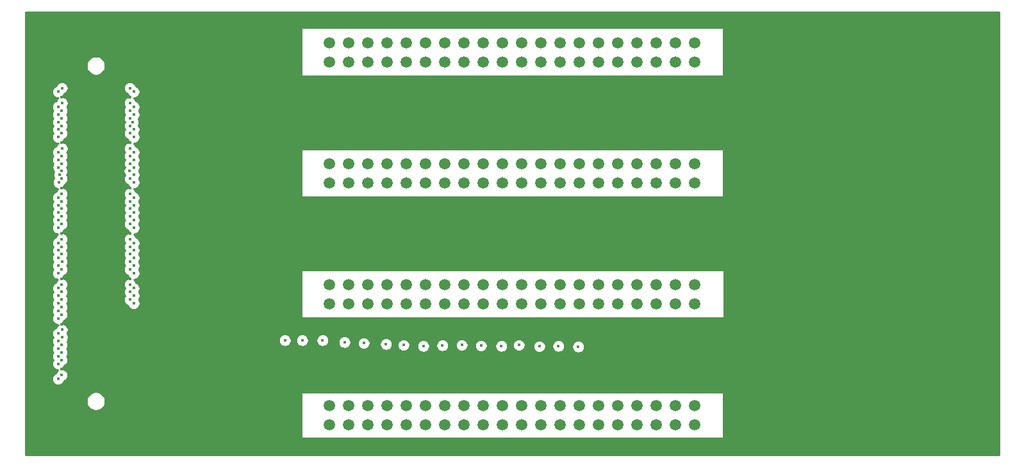
<source format=gbr>
%TF.GenerationSoftware,KiCad,Pcbnew,(5.1.5-0-10_14)*%
%TF.CreationDate,2020-01-28T13:49:23+01:00*%
%TF.ProjectId,multiblade_adapter,6d756c74-6962-46c6-9164-655f61646170,rev?*%
%TF.SameCoordinates,Original*%
%TF.FileFunction,Copper,L4,Inr*%
%TF.FilePolarity,Positive*%
%FSLAX46Y46*%
G04 Gerber Fmt 4.6, Leading zero omitted, Abs format (unit mm)*
G04 Created by KiCad (PCBNEW (5.1.5-0-10_14)) date 2020-01-28 13:49:23*
%MOMM*%
%LPD*%
G04 APERTURE LIST*
%ADD10C,1.500000*%
%ADD11C,0.400000*%
%ADD12C,0.254000*%
G04 APERTURE END LIST*
D10*
X109110000Y-107290000D03*
X109110000Y-104750000D03*
X106570000Y-107290000D03*
X106570000Y-104750000D03*
X104030000Y-107290000D03*
X104030000Y-104750000D03*
X101490000Y-107290000D03*
X101490000Y-104750000D03*
X98950000Y-107290000D03*
X98950000Y-104750000D03*
X96410000Y-107290000D03*
X96410000Y-104750000D03*
X93870000Y-107290000D03*
X93870000Y-104750000D03*
X91330000Y-107290000D03*
X91330000Y-104750000D03*
X88790000Y-107290000D03*
X88790000Y-104750000D03*
X86250000Y-107290000D03*
X86250000Y-104750000D03*
X83710000Y-107290000D03*
X83710000Y-104750000D03*
X81170000Y-107290000D03*
X81170000Y-104750000D03*
X78630000Y-107290000D03*
X78630000Y-104750000D03*
X76090000Y-107290000D03*
X76090000Y-104750000D03*
X73550000Y-107290000D03*
X73550000Y-104750000D03*
X71010000Y-107290000D03*
X71010000Y-104750000D03*
X68470000Y-107290000D03*
X68470000Y-104750000D03*
X65930000Y-107290000D03*
X65930000Y-104750000D03*
X63390000Y-107290000D03*
X63390000Y-104750000D03*
X60850000Y-107290000D03*
X60850000Y-104750000D03*
X109110000Y-123290000D03*
X109110000Y-120750000D03*
X106570000Y-123290000D03*
X106570000Y-120750000D03*
X104030000Y-123290000D03*
X104030000Y-120750000D03*
X101490000Y-123290000D03*
X101490000Y-120750000D03*
X98950000Y-123290000D03*
X98950000Y-120750000D03*
X96410000Y-123290000D03*
X96410000Y-120750000D03*
X93870000Y-123290000D03*
X93870000Y-120750000D03*
X91330000Y-123290000D03*
X91330000Y-120750000D03*
X88790000Y-123290000D03*
X88790000Y-120750000D03*
X86250000Y-123290000D03*
X86250000Y-120750000D03*
X83710000Y-123290000D03*
X83710000Y-120750000D03*
X81170000Y-123290000D03*
X81170000Y-120750000D03*
X78630000Y-123290000D03*
X78630000Y-120750000D03*
X76090000Y-123290000D03*
X76090000Y-120750000D03*
X73550000Y-123290000D03*
X73550000Y-120750000D03*
X71010000Y-123290000D03*
X71010000Y-120750000D03*
X68470000Y-123290000D03*
X68470000Y-120750000D03*
X65930000Y-123290000D03*
X65930000Y-120750000D03*
X63390000Y-123290000D03*
X63390000Y-120750000D03*
X60850000Y-123290000D03*
X60850000Y-120750000D03*
X109110000Y-139290000D03*
X109110000Y-136750000D03*
X106570000Y-139290000D03*
X106570000Y-136750000D03*
X104030000Y-139290000D03*
X104030000Y-136750000D03*
X101490000Y-139290000D03*
X101490000Y-136750000D03*
X98950000Y-139290000D03*
X98950000Y-136750000D03*
X96410000Y-139290000D03*
X96410000Y-136750000D03*
X93870000Y-139290000D03*
X93870000Y-136750000D03*
X91330000Y-139290000D03*
X91330000Y-136750000D03*
X88790000Y-139290000D03*
X88790000Y-136750000D03*
X86250000Y-139290000D03*
X86250000Y-136750000D03*
X83710000Y-139290000D03*
X83710000Y-136750000D03*
X81170000Y-139290000D03*
X81170000Y-136750000D03*
X78630000Y-139290000D03*
X78630000Y-136750000D03*
X76090000Y-139290000D03*
X76090000Y-136750000D03*
X73550000Y-139290000D03*
X73550000Y-136750000D03*
X71010000Y-139290000D03*
X71010000Y-136750000D03*
X68470000Y-139290000D03*
X68470000Y-136750000D03*
X65930000Y-139290000D03*
X65930000Y-136750000D03*
X63390000Y-139290000D03*
X63390000Y-136750000D03*
X60850000Y-139290000D03*
X60850000Y-136750000D03*
X109110000Y-155290000D03*
X109110000Y-152750000D03*
X106570000Y-155290000D03*
X106570000Y-152750000D03*
X104030000Y-155290000D03*
X104030000Y-152750000D03*
X101490000Y-155290000D03*
X101490000Y-152750000D03*
X98950000Y-155290000D03*
X98950000Y-152750000D03*
X96410000Y-155290000D03*
X96410000Y-152750000D03*
X93870000Y-155290000D03*
X93870000Y-152750000D03*
X91330000Y-155290000D03*
X91330000Y-152750000D03*
X88790000Y-155290000D03*
X88790000Y-152750000D03*
X86250000Y-155290000D03*
X86250000Y-152750000D03*
X83710000Y-155290000D03*
X83710000Y-152750000D03*
X81170000Y-155290000D03*
X81170000Y-152750000D03*
X78630000Y-155290000D03*
X78630000Y-152750000D03*
X76090000Y-155290000D03*
X76090000Y-152750000D03*
X73550000Y-155290000D03*
X73550000Y-152750000D03*
X71010000Y-155290000D03*
X71010000Y-152750000D03*
X68470000Y-155290000D03*
X68470000Y-152750000D03*
X65930000Y-155290000D03*
X65930000Y-152750000D03*
X63390000Y-155290000D03*
X63390000Y-152750000D03*
X60850000Y-155290000D03*
X60850000Y-152750000D03*
D11*
X25500000Y-148000000D03*
X25500000Y-142000000D03*
X25500000Y-136000000D03*
X25500000Y-124000000D03*
X25500000Y-130000000D03*
X25500000Y-112000000D03*
X25500000Y-118000000D03*
X34500000Y-112000000D03*
X34500000Y-118000000D03*
X34500000Y-124000000D03*
X34500000Y-130000000D03*
X34500000Y-136000000D03*
X34500000Y-148000000D03*
X104013000Y-111760000D03*
X55626000Y-107315000D03*
X60850000Y-116823000D03*
X60850000Y-132190000D03*
X56038000Y-155290000D03*
X104030000Y-143273000D03*
X30000000Y-156182000D03*
X29972000Y-103886000D03*
X34500000Y-142000000D03*
X106736500Y-150043500D03*
X109333000Y-149987000D03*
X111760000Y-149987000D03*
X106570000Y-143239000D03*
X109110000Y-143239000D03*
X104013000Y-127127000D03*
X106570000Y-127110000D03*
X109110000Y-127110000D03*
X106570000Y-111743000D03*
X109093000Y-111760000D03*
X25000000Y-120250000D03*
X35000000Y-120250000D03*
X25500000Y-119750000D03*
X34500000Y-119750000D03*
X25000000Y-119250000D03*
X35000000Y-119250000D03*
X25522000Y-118750000D03*
X34500000Y-118750000D03*
X25000000Y-117250000D03*
X35000000Y-117250000D03*
X25500000Y-116750000D03*
X34500000Y-116750000D03*
X25000000Y-116250000D03*
X35000000Y-116250000D03*
X25500000Y-115750000D03*
X34500000Y-115750000D03*
X25000000Y-115250000D03*
X34864000Y-115250000D03*
X25500000Y-114750000D03*
X34500000Y-114750000D03*
X25000000Y-114250000D03*
X35000000Y-114250000D03*
X25500000Y-113750000D03*
X34500000Y-113750000D03*
X25000000Y-113250000D03*
X35000000Y-113250000D03*
X25527000Y-112750000D03*
X34500000Y-112750000D03*
X25000000Y-111250000D03*
X35000000Y-111250000D03*
X25527000Y-110750000D03*
X34500000Y-110750000D03*
X34500000Y-120750000D03*
X25500000Y-120750000D03*
X35000000Y-121250000D03*
X25054000Y-121250000D03*
X34460000Y-121750000D03*
X25500000Y-121750000D03*
X35000000Y-122250000D03*
X25197000Y-122250000D03*
X34500000Y-122750000D03*
X25500000Y-122750000D03*
X35000000Y-123250000D03*
X25086000Y-123250000D03*
X34500000Y-124750000D03*
X25500000Y-124750000D03*
X35000000Y-125250000D03*
X25000000Y-125250000D03*
X34500000Y-125750000D03*
X25500000Y-125750000D03*
X35000000Y-126250000D03*
X25007000Y-126250000D03*
X34500000Y-126750000D03*
X25500000Y-126750000D03*
X35000000Y-127250000D03*
X25000000Y-127250000D03*
X34500000Y-127750000D03*
X25500000Y-127750000D03*
X35000000Y-128250000D03*
X25000000Y-128250000D03*
X34500000Y-128750000D03*
X25500000Y-128750000D03*
X35000000Y-129250000D03*
X25000000Y-129250000D03*
X25000000Y-139250000D03*
X35000000Y-139250000D03*
X25500000Y-138750000D03*
X34500000Y-138750000D03*
X25000000Y-138250000D03*
X35000000Y-138250000D03*
X25500000Y-137750000D03*
X34500000Y-137750000D03*
X25000000Y-137250000D03*
X35000000Y-137250000D03*
X25500000Y-136750000D03*
X34500000Y-136750000D03*
X25000000Y-135250000D03*
X35000000Y-135250000D03*
X25500000Y-134750000D03*
X34500000Y-134750000D03*
X25008000Y-134250000D03*
X35000000Y-134250000D03*
X25508000Y-133750000D03*
X34500000Y-133750000D03*
X25000000Y-133250000D03*
X35000000Y-133250000D03*
X25500000Y-132750000D03*
X34500000Y-132750000D03*
X25000000Y-132250000D03*
X35000000Y-132250000D03*
X25500000Y-131750000D03*
X34500000Y-131750000D03*
X25000000Y-131250000D03*
X35000000Y-131250000D03*
X25500000Y-130750000D03*
X34500000Y-130750000D03*
X54991000Y-144145000D03*
X25500000Y-139750000D03*
X57277000Y-144145000D03*
X25000000Y-140250000D03*
X59944000Y-144145000D03*
X25500000Y-140750000D03*
X62865000Y-144399000D03*
X25000000Y-141250000D03*
X65405000Y-144526000D03*
X25525000Y-142750000D03*
X68326000Y-144653000D03*
X25000000Y-143250000D03*
X70660000Y-144780000D03*
X25541000Y-143750000D03*
X73279000Y-144907000D03*
X25000000Y-144250000D03*
X75779500Y-144819500D03*
X25500000Y-144750000D03*
X78359000Y-144780000D03*
X25000000Y-145250000D03*
X80899000Y-144859000D03*
X25500000Y-145750000D03*
X83566000Y-144907000D03*
X25000000Y-146250000D03*
X85900000Y-144780000D03*
X25500000Y-146750000D03*
X88606500Y-144946500D03*
X25000000Y-147250000D03*
X91107000Y-144907000D03*
X25500000Y-148750000D03*
X93726000Y-144986000D03*
X25000000Y-149250000D03*
D12*
G36*
X149315001Y-159315000D02*
G01*
X20685000Y-159315000D01*
X20685000Y-152075901D01*
X28740000Y-152075901D01*
X28740000Y-152324099D01*
X28788421Y-152567529D01*
X28883402Y-152796834D01*
X29021294Y-153003203D01*
X29196797Y-153178706D01*
X29403166Y-153316598D01*
X29632471Y-153411579D01*
X29875901Y-153460000D01*
X30124099Y-153460000D01*
X30367529Y-153411579D01*
X30596834Y-153316598D01*
X30803203Y-153178706D01*
X30978706Y-153003203D01*
X31116598Y-152796834D01*
X31211579Y-152567529D01*
X31260000Y-152324099D01*
X31260000Y-152075901D01*
X31211579Y-151832471D01*
X31116598Y-151603166D01*
X30978706Y-151396797D01*
X30803203Y-151221294D01*
X30666573Y-151130000D01*
X57150000Y-151130000D01*
X57150000Y-156972000D01*
X57152440Y-156996776D01*
X57159667Y-157020601D01*
X57171403Y-157042557D01*
X57187197Y-157061803D01*
X57206443Y-157077597D01*
X57228399Y-157089333D01*
X57252224Y-157096560D01*
X57277000Y-157099000D01*
X112776000Y-157099000D01*
X112800776Y-157096560D01*
X112824601Y-157089333D01*
X112846557Y-157077597D01*
X112865803Y-157061803D01*
X112881597Y-157042557D01*
X112893333Y-157020601D01*
X112900560Y-156996776D01*
X112903000Y-156972000D01*
X112903000Y-151130000D01*
X112900560Y-151105224D01*
X112893333Y-151081399D01*
X112881597Y-151059443D01*
X112865803Y-151040197D01*
X112846557Y-151024403D01*
X112824601Y-151012667D01*
X112800776Y-151005440D01*
X112776000Y-151003000D01*
X57277000Y-151003000D01*
X57252224Y-151005440D01*
X57228399Y-151012667D01*
X57206443Y-151024403D01*
X57187197Y-151040197D01*
X57171403Y-151059443D01*
X57159667Y-151081399D01*
X57152440Y-151105224D01*
X57150000Y-151130000D01*
X30666573Y-151130000D01*
X30596834Y-151083402D01*
X30367529Y-150988421D01*
X30124099Y-150940000D01*
X29875901Y-150940000D01*
X29632471Y-150988421D01*
X29403166Y-151083402D01*
X29196797Y-151221294D01*
X29021294Y-151396797D01*
X28883402Y-151603166D01*
X28788421Y-151832471D01*
X28740000Y-152075901D01*
X20685000Y-152075901D01*
X20685000Y-111167760D01*
X24165000Y-111167760D01*
X24165000Y-111332240D01*
X24197089Y-111493560D01*
X24260033Y-111645521D01*
X24351413Y-111782281D01*
X24467719Y-111898587D01*
X24604479Y-111989967D01*
X24756440Y-112052911D01*
X24917760Y-112085000D01*
X25019283Y-112085000D01*
X24994719Y-112101413D01*
X24878413Y-112217719D01*
X24787033Y-112354479D01*
X24747064Y-112450973D01*
X24604479Y-112510033D01*
X24467719Y-112601413D01*
X24351413Y-112717719D01*
X24260033Y-112854479D01*
X24197089Y-113006440D01*
X24165000Y-113167760D01*
X24165000Y-113332240D01*
X24197089Y-113493560D01*
X24260033Y-113645521D01*
X24329844Y-113750000D01*
X24260033Y-113854479D01*
X24197089Y-114006440D01*
X24165000Y-114167760D01*
X24165000Y-114332240D01*
X24197089Y-114493560D01*
X24260033Y-114645521D01*
X24329844Y-114750000D01*
X24260033Y-114854479D01*
X24197089Y-115006440D01*
X24165000Y-115167760D01*
X24165000Y-115332240D01*
X24197089Y-115493560D01*
X24260033Y-115645521D01*
X24329844Y-115750000D01*
X24260033Y-115854479D01*
X24197089Y-116006440D01*
X24165000Y-116167760D01*
X24165000Y-116332240D01*
X24197089Y-116493560D01*
X24260033Y-116645521D01*
X24329844Y-116750000D01*
X24260033Y-116854479D01*
X24197089Y-117006440D01*
X24165000Y-117167760D01*
X24165000Y-117332240D01*
X24197089Y-117493560D01*
X24260033Y-117645521D01*
X24351413Y-117782281D01*
X24467719Y-117898587D01*
X24604479Y-117989967D01*
X24756440Y-118052911D01*
X24917760Y-118085000D01*
X25014283Y-118085000D01*
X24989719Y-118101413D01*
X24873413Y-118217719D01*
X24782033Y-118354479D01*
X24741029Y-118453473D01*
X24604479Y-118510033D01*
X24467719Y-118601413D01*
X24351413Y-118717719D01*
X24260033Y-118854479D01*
X24197089Y-119006440D01*
X24165000Y-119167760D01*
X24165000Y-119332240D01*
X24197089Y-119493560D01*
X24260033Y-119645521D01*
X24329844Y-119750000D01*
X24260033Y-119854479D01*
X24197089Y-120006440D01*
X24165000Y-120167760D01*
X24165000Y-120332240D01*
X24197089Y-120493560D01*
X24260033Y-120645521D01*
X24351413Y-120782281D01*
X24357924Y-120788792D01*
X24314033Y-120854479D01*
X24251089Y-121006440D01*
X24219000Y-121167760D01*
X24219000Y-121332240D01*
X24251089Y-121493560D01*
X24314033Y-121645521D01*
X24405413Y-121782281D01*
X24465275Y-121842143D01*
X24457033Y-121854479D01*
X24394089Y-122006440D01*
X24362000Y-122167760D01*
X24362000Y-122332240D01*
X24394089Y-122493560D01*
X24457033Y-122645521D01*
X24478093Y-122677039D01*
X24437413Y-122717719D01*
X24346033Y-122854479D01*
X24283089Y-123006440D01*
X24251000Y-123167760D01*
X24251000Y-123332240D01*
X24283089Y-123493560D01*
X24346033Y-123645521D01*
X24437413Y-123782281D01*
X24553719Y-123898587D01*
X24690479Y-123989967D01*
X24842440Y-124052911D01*
X24994916Y-124083241D01*
X24967719Y-124101413D01*
X24851413Y-124217719D01*
X24760033Y-124354479D01*
X24714472Y-124464472D01*
X24604479Y-124510033D01*
X24467719Y-124601413D01*
X24351413Y-124717719D01*
X24260033Y-124854479D01*
X24197089Y-125006440D01*
X24165000Y-125167760D01*
X24165000Y-125332240D01*
X24197089Y-125493560D01*
X24260033Y-125645521D01*
X24333344Y-125755238D01*
X24267033Y-125854479D01*
X24204089Y-126006440D01*
X24172000Y-126167760D01*
X24172000Y-126332240D01*
X24204089Y-126493560D01*
X24267033Y-126645521D01*
X24333344Y-126744762D01*
X24260033Y-126854479D01*
X24197089Y-127006440D01*
X24165000Y-127167760D01*
X24165000Y-127332240D01*
X24197089Y-127493560D01*
X24260033Y-127645521D01*
X24329844Y-127750000D01*
X24260033Y-127854479D01*
X24197089Y-128006440D01*
X24165000Y-128167760D01*
X24165000Y-128332240D01*
X24197089Y-128493560D01*
X24260033Y-128645521D01*
X24329844Y-128750000D01*
X24260033Y-128854479D01*
X24197089Y-129006440D01*
X24165000Y-129167760D01*
X24165000Y-129332240D01*
X24197089Y-129493560D01*
X24260033Y-129645521D01*
X24351413Y-129782281D01*
X24467719Y-129898587D01*
X24604479Y-129989967D01*
X24756440Y-130052911D01*
X24917760Y-130085000D01*
X24992283Y-130085000D01*
X24967719Y-130101413D01*
X24851413Y-130217719D01*
X24760033Y-130354479D01*
X24714472Y-130464472D01*
X24604479Y-130510033D01*
X24467719Y-130601413D01*
X24351413Y-130717719D01*
X24260033Y-130854479D01*
X24197089Y-131006440D01*
X24165000Y-131167760D01*
X24165000Y-131332240D01*
X24197089Y-131493560D01*
X24260033Y-131645521D01*
X24329844Y-131750000D01*
X24260033Y-131854479D01*
X24197089Y-132006440D01*
X24165000Y-132167760D01*
X24165000Y-132332240D01*
X24197089Y-132493560D01*
X24260033Y-132645521D01*
X24329844Y-132750000D01*
X24260033Y-132854479D01*
X24197089Y-133006440D01*
X24165000Y-133167760D01*
X24165000Y-133332240D01*
X24197089Y-133493560D01*
X24260033Y-133645521D01*
X24333844Y-133755986D01*
X24268033Y-133854479D01*
X24205089Y-134006440D01*
X24173000Y-134167760D01*
X24173000Y-134332240D01*
X24205089Y-134493560D01*
X24268033Y-134645521D01*
X24333844Y-134744014D01*
X24260033Y-134854479D01*
X24197089Y-135006440D01*
X24165000Y-135167760D01*
X24165000Y-135332240D01*
X24197089Y-135493560D01*
X24260033Y-135645521D01*
X24351413Y-135782281D01*
X24467719Y-135898587D01*
X24604479Y-135989967D01*
X24756440Y-136052911D01*
X24917760Y-136085000D01*
X24992283Y-136085000D01*
X24967719Y-136101413D01*
X24851413Y-136217719D01*
X24760033Y-136354479D01*
X24714472Y-136464472D01*
X24604479Y-136510033D01*
X24467719Y-136601413D01*
X24351413Y-136717719D01*
X24260033Y-136854479D01*
X24197089Y-137006440D01*
X24165000Y-137167760D01*
X24165000Y-137332240D01*
X24197089Y-137493560D01*
X24260033Y-137645521D01*
X24329844Y-137750000D01*
X24260033Y-137854479D01*
X24197089Y-138006440D01*
X24165000Y-138167760D01*
X24165000Y-138332240D01*
X24197089Y-138493560D01*
X24260033Y-138645521D01*
X24329844Y-138750000D01*
X24260033Y-138854479D01*
X24197089Y-139006440D01*
X24165000Y-139167760D01*
X24165000Y-139332240D01*
X24197089Y-139493560D01*
X24260033Y-139645521D01*
X24329844Y-139750000D01*
X24260033Y-139854479D01*
X24197089Y-140006440D01*
X24165000Y-140167760D01*
X24165000Y-140332240D01*
X24197089Y-140493560D01*
X24260033Y-140645521D01*
X24329844Y-140750000D01*
X24260033Y-140854479D01*
X24197089Y-141006440D01*
X24165000Y-141167760D01*
X24165000Y-141332240D01*
X24197089Y-141493560D01*
X24260033Y-141645521D01*
X24351413Y-141782281D01*
X24467719Y-141898587D01*
X24604479Y-141989967D01*
X24756440Y-142052911D01*
X24917760Y-142085000D01*
X25017283Y-142085000D01*
X24992719Y-142101413D01*
X24876413Y-142217719D01*
X24785033Y-142354479D01*
X24744650Y-142451973D01*
X24604479Y-142510033D01*
X24467719Y-142601413D01*
X24351413Y-142717719D01*
X24260033Y-142854479D01*
X24197089Y-143006440D01*
X24165000Y-143167760D01*
X24165000Y-143332240D01*
X24197089Y-143493560D01*
X24260033Y-143645521D01*
X24329844Y-143750000D01*
X24260033Y-143854479D01*
X24197089Y-144006440D01*
X24165000Y-144167760D01*
X24165000Y-144332240D01*
X24197089Y-144493560D01*
X24260033Y-144645521D01*
X24329844Y-144750000D01*
X24260033Y-144854479D01*
X24197089Y-145006440D01*
X24165000Y-145167760D01*
X24165000Y-145332240D01*
X24197089Y-145493560D01*
X24260033Y-145645521D01*
X24329844Y-145750000D01*
X24260033Y-145854479D01*
X24197089Y-146006440D01*
X24165000Y-146167760D01*
X24165000Y-146332240D01*
X24197089Y-146493560D01*
X24260033Y-146645521D01*
X24329844Y-146750000D01*
X24260033Y-146854479D01*
X24197089Y-147006440D01*
X24165000Y-147167760D01*
X24165000Y-147332240D01*
X24197089Y-147493560D01*
X24260033Y-147645521D01*
X24351413Y-147782281D01*
X24467719Y-147898587D01*
X24604479Y-147989967D01*
X24756440Y-148052911D01*
X24917760Y-148085000D01*
X24992283Y-148085000D01*
X24967719Y-148101413D01*
X24851413Y-148217719D01*
X24760033Y-148354479D01*
X24714472Y-148464472D01*
X24604479Y-148510033D01*
X24467719Y-148601413D01*
X24351413Y-148717719D01*
X24260033Y-148854479D01*
X24197089Y-149006440D01*
X24165000Y-149167760D01*
X24165000Y-149332240D01*
X24197089Y-149493560D01*
X24260033Y-149645521D01*
X24351413Y-149782281D01*
X24467719Y-149898587D01*
X24604479Y-149989967D01*
X24756440Y-150052911D01*
X24917760Y-150085000D01*
X25082240Y-150085000D01*
X25243560Y-150052911D01*
X25395521Y-149989967D01*
X25532281Y-149898587D01*
X25648587Y-149782281D01*
X25739967Y-149645521D01*
X25785528Y-149535528D01*
X25895521Y-149489967D01*
X26032281Y-149398587D01*
X26148587Y-149282281D01*
X26239967Y-149145521D01*
X26302911Y-148993560D01*
X26335000Y-148832240D01*
X26335000Y-148667760D01*
X26302911Y-148506440D01*
X26239967Y-148354479D01*
X26148587Y-148217719D01*
X26032281Y-148101413D01*
X25895521Y-148010033D01*
X25743560Y-147947089D01*
X25582240Y-147915000D01*
X25507717Y-147915000D01*
X25532281Y-147898587D01*
X25648587Y-147782281D01*
X25739967Y-147645521D01*
X25785528Y-147535528D01*
X25895521Y-147489967D01*
X26032281Y-147398587D01*
X26148587Y-147282281D01*
X26239967Y-147145521D01*
X26302911Y-146993560D01*
X26335000Y-146832240D01*
X26335000Y-146667760D01*
X26302911Y-146506440D01*
X26239967Y-146354479D01*
X26170156Y-146250000D01*
X26239967Y-146145521D01*
X26302911Y-145993560D01*
X26335000Y-145832240D01*
X26335000Y-145667760D01*
X26302911Y-145506440D01*
X26239967Y-145354479D01*
X26170156Y-145250000D01*
X26239967Y-145145521D01*
X26302911Y-144993560D01*
X26335000Y-144832240D01*
X26335000Y-144667760D01*
X26302911Y-144506440D01*
X26239967Y-144354479D01*
X26190656Y-144280680D01*
X26280967Y-144145521D01*
X26315247Y-144062760D01*
X54156000Y-144062760D01*
X54156000Y-144227240D01*
X54188089Y-144388560D01*
X54251033Y-144540521D01*
X54342413Y-144677281D01*
X54458719Y-144793587D01*
X54595479Y-144884967D01*
X54747440Y-144947911D01*
X54908760Y-144980000D01*
X55073240Y-144980000D01*
X55234560Y-144947911D01*
X55386521Y-144884967D01*
X55523281Y-144793587D01*
X55639587Y-144677281D01*
X55730967Y-144540521D01*
X55793911Y-144388560D01*
X55826000Y-144227240D01*
X55826000Y-144062760D01*
X56442000Y-144062760D01*
X56442000Y-144227240D01*
X56474089Y-144388560D01*
X56537033Y-144540521D01*
X56628413Y-144677281D01*
X56744719Y-144793587D01*
X56881479Y-144884967D01*
X57033440Y-144947911D01*
X57194760Y-144980000D01*
X57359240Y-144980000D01*
X57520560Y-144947911D01*
X57672521Y-144884967D01*
X57809281Y-144793587D01*
X57925587Y-144677281D01*
X58016967Y-144540521D01*
X58079911Y-144388560D01*
X58112000Y-144227240D01*
X58112000Y-144062760D01*
X59109000Y-144062760D01*
X59109000Y-144227240D01*
X59141089Y-144388560D01*
X59204033Y-144540521D01*
X59295413Y-144677281D01*
X59411719Y-144793587D01*
X59548479Y-144884967D01*
X59700440Y-144947911D01*
X59861760Y-144980000D01*
X60026240Y-144980000D01*
X60187560Y-144947911D01*
X60339521Y-144884967D01*
X60476281Y-144793587D01*
X60592587Y-144677281D01*
X60683967Y-144540521D01*
X60746911Y-144388560D01*
X60761193Y-144316760D01*
X62030000Y-144316760D01*
X62030000Y-144481240D01*
X62062089Y-144642560D01*
X62125033Y-144794521D01*
X62216413Y-144931281D01*
X62332719Y-145047587D01*
X62469479Y-145138967D01*
X62621440Y-145201911D01*
X62782760Y-145234000D01*
X62947240Y-145234000D01*
X63108560Y-145201911D01*
X63260521Y-145138967D01*
X63397281Y-145047587D01*
X63513587Y-144931281D01*
X63604967Y-144794521D01*
X63667911Y-144642560D01*
X63700000Y-144481240D01*
X63700000Y-144443760D01*
X64570000Y-144443760D01*
X64570000Y-144608240D01*
X64602089Y-144769560D01*
X64665033Y-144921521D01*
X64756413Y-145058281D01*
X64872719Y-145174587D01*
X65009479Y-145265967D01*
X65161440Y-145328911D01*
X65322760Y-145361000D01*
X65487240Y-145361000D01*
X65648560Y-145328911D01*
X65800521Y-145265967D01*
X65937281Y-145174587D01*
X66053587Y-145058281D01*
X66144967Y-144921521D01*
X66207911Y-144769560D01*
X66240000Y-144608240D01*
X66240000Y-144570760D01*
X67491000Y-144570760D01*
X67491000Y-144735240D01*
X67523089Y-144896560D01*
X67586033Y-145048521D01*
X67677413Y-145185281D01*
X67793719Y-145301587D01*
X67930479Y-145392967D01*
X68082440Y-145455911D01*
X68243760Y-145488000D01*
X68408240Y-145488000D01*
X68569560Y-145455911D01*
X68721521Y-145392967D01*
X68858281Y-145301587D01*
X68974587Y-145185281D01*
X69065967Y-145048521D01*
X69128911Y-144896560D01*
X69161000Y-144735240D01*
X69161000Y-144697760D01*
X69825000Y-144697760D01*
X69825000Y-144862240D01*
X69857089Y-145023560D01*
X69920033Y-145175521D01*
X70011413Y-145312281D01*
X70127719Y-145428587D01*
X70264479Y-145519967D01*
X70416440Y-145582911D01*
X70577760Y-145615000D01*
X70742240Y-145615000D01*
X70903560Y-145582911D01*
X71055521Y-145519967D01*
X71192281Y-145428587D01*
X71308587Y-145312281D01*
X71399967Y-145175521D01*
X71462911Y-145023560D01*
X71495000Y-144862240D01*
X71495000Y-144824760D01*
X72444000Y-144824760D01*
X72444000Y-144989240D01*
X72476089Y-145150560D01*
X72539033Y-145302521D01*
X72630413Y-145439281D01*
X72746719Y-145555587D01*
X72883479Y-145646967D01*
X73035440Y-145709911D01*
X73196760Y-145742000D01*
X73361240Y-145742000D01*
X73522560Y-145709911D01*
X73674521Y-145646967D01*
X73811281Y-145555587D01*
X73927587Y-145439281D01*
X74018967Y-145302521D01*
X74081911Y-145150560D01*
X74114000Y-144989240D01*
X74114000Y-144824760D01*
X74096595Y-144737260D01*
X74944500Y-144737260D01*
X74944500Y-144901740D01*
X74976589Y-145063060D01*
X75039533Y-145215021D01*
X75130913Y-145351781D01*
X75247219Y-145468087D01*
X75383979Y-145559467D01*
X75535940Y-145622411D01*
X75697260Y-145654500D01*
X75861740Y-145654500D01*
X76023060Y-145622411D01*
X76175021Y-145559467D01*
X76311781Y-145468087D01*
X76428087Y-145351781D01*
X76519467Y-145215021D01*
X76582411Y-145063060D01*
X76614500Y-144901740D01*
X76614500Y-144737260D01*
X76606643Y-144697760D01*
X77524000Y-144697760D01*
X77524000Y-144862240D01*
X77556089Y-145023560D01*
X77619033Y-145175521D01*
X77710413Y-145312281D01*
X77826719Y-145428587D01*
X77963479Y-145519967D01*
X78115440Y-145582911D01*
X78276760Y-145615000D01*
X78441240Y-145615000D01*
X78602560Y-145582911D01*
X78754521Y-145519967D01*
X78891281Y-145428587D01*
X79007587Y-145312281D01*
X79098967Y-145175521D01*
X79161911Y-145023560D01*
X79194000Y-144862240D01*
X79194000Y-144776760D01*
X80064000Y-144776760D01*
X80064000Y-144941240D01*
X80096089Y-145102560D01*
X80159033Y-145254521D01*
X80250413Y-145391281D01*
X80366719Y-145507587D01*
X80503479Y-145598967D01*
X80655440Y-145661911D01*
X80816760Y-145694000D01*
X80981240Y-145694000D01*
X81142560Y-145661911D01*
X81294521Y-145598967D01*
X81431281Y-145507587D01*
X81547587Y-145391281D01*
X81638967Y-145254521D01*
X81701911Y-145102560D01*
X81734000Y-144941240D01*
X81734000Y-144824760D01*
X82731000Y-144824760D01*
X82731000Y-144989240D01*
X82763089Y-145150560D01*
X82826033Y-145302521D01*
X82917413Y-145439281D01*
X83033719Y-145555587D01*
X83170479Y-145646967D01*
X83322440Y-145709911D01*
X83483760Y-145742000D01*
X83648240Y-145742000D01*
X83809560Y-145709911D01*
X83961521Y-145646967D01*
X84098281Y-145555587D01*
X84214587Y-145439281D01*
X84305967Y-145302521D01*
X84368911Y-145150560D01*
X84401000Y-144989240D01*
X84401000Y-144824760D01*
X84375738Y-144697760D01*
X85065000Y-144697760D01*
X85065000Y-144862240D01*
X85097089Y-145023560D01*
X85160033Y-145175521D01*
X85251413Y-145312281D01*
X85367719Y-145428587D01*
X85504479Y-145519967D01*
X85656440Y-145582911D01*
X85817760Y-145615000D01*
X85982240Y-145615000D01*
X86143560Y-145582911D01*
X86295521Y-145519967D01*
X86432281Y-145428587D01*
X86548587Y-145312281D01*
X86639967Y-145175521D01*
X86702911Y-145023560D01*
X86734598Y-144864260D01*
X87771500Y-144864260D01*
X87771500Y-145028740D01*
X87803589Y-145190060D01*
X87866533Y-145342021D01*
X87957913Y-145478781D01*
X88074219Y-145595087D01*
X88210979Y-145686467D01*
X88362940Y-145749411D01*
X88524260Y-145781500D01*
X88688740Y-145781500D01*
X88850060Y-145749411D01*
X89002021Y-145686467D01*
X89138781Y-145595087D01*
X89255087Y-145478781D01*
X89346467Y-145342021D01*
X89409411Y-145190060D01*
X89441500Y-145028740D01*
X89441500Y-144864260D01*
X89433643Y-144824760D01*
X90272000Y-144824760D01*
X90272000Y-144989240D01*
X90304089Y-145150560D01*
X90367033Y-145302521D01*
X90458413Y-145439281D01*
X90574719Y-145555587D01*
X90711479Y-145646967D01*
X90863440Y-145709911D01*
X91024760Y-145742000D01*
X91189240Y-145742000D01*
X91350560Y-145709911D01*
X91502521Y-145646967D01*
X91639281Y-145555587D01*
X91755587Y-145439281D01*
X91846967Y-145302521D01*
X91909911Y-145150560D01*
X91942000Y-144989240D01*
X91942000Y-144903760D01*
X92891000Y-144903760D01*
X92891000Y-145068240D01*
X92923089Y-145229560D01*
X92986033Y-145381521D01*
X93077413Y-145518281D01*
X93193719Y-145634587D01*
X93330479Y-145725967D01*
X93482440Y-145788911D01*
X93643760Y-145821000D01*
X93808240Y-145821000D01*
X93969560Y-145788911D01*
X94121521Y-145725967D01*
X94258281Y-145634587D01*
X94374587Y-145518281D01*
X94465967Y-145381521D01*
X94528911Y-145229560D01*
X94561000Y-145068240D01*
X94561000Y-144903760D01*
X94528911Y-144742440D01*
X94465967Y-144590479D01*
X94374587Y-144453719D01*
X94258281Y-144337413D01*
X94121521Y-144246033D01*
X93969560Y-144183089D01*
X93808240Y-144151000D01*
X93643760Y-144151000D01*
X93482440Y-144183089D01*
X93330479Y-144246033D01*
X93193719Y-144337413D01*
X93077413Y-144453719D01*
X92986033Y-144590479D01*
X92923089Y-144742440D01*
X92891000Y-144903760D01*
X91942000Y-144903760D01*
X91942000Y-144824760D01*
X91909911Y-144663440D01*
X91846967Y-144511479D01*
X91755587Y-144374719D01*
X91639281Y-144258413D01*
X91502521Y-144167033D01*
X91350560Y-144104089D01*
X91189240Y-144072000D01*
X91024760Y-144072000D01*
X90863440Y-144104089D01*
X90711479Y-144167033D01*
X90574719Y-144258413D01*
X90458413Y-144374719D01*
X90367033Y-144511479D01*
X90304089Y-144663440D01*
X90272000Y-144824760D01*
X89433643Y-144824760D01*
X89409411Y-144702940D01*
X89346467Y-144550979D01*
X89255087Y-144414219D01*
X89138781Y-144297913D01*
X89002021Y-144206533D01*
X88850060Y-144143589D01*
X88688740Y-144111500D01*
X88524260Y-144111500D01*
X88362940Y-144143589D01*
X88210979Y-144206533D01*
X88074219Y-144297913D01*
X87957913Y-144414219D01*
X87866533Y-144550979D01*
X87803589Y-144702940D01*
X87771500Y-144864260D01*
X86734598Y-144864260D01*
X86735000Y-144862240D01*
X86735000Y-144697760D01*
X86702911Y-144536440D01*
X86639967Y-144384479D01*
X86548587Y-144247719D01*
X86432281Y-144131413D01*
X86295521Y-144040033D01*
X86143560Y-143977089D01*
X85982240Y-143945000D01*
X85817760Y-143945000D01*
X85656440Y-143977089D01*
X85504479Y-144040033D01*
X85367719Y-144131413D01*
X85251413Y-144247719D01*
X85160033Y-144384479D01*
X85097089Y-144536440D01*
X85065000Y-144697760D01*
X84375738Y-144697760D01*
X84368911Y-144663440D01*
X84305967Y-144511479D01*
X84214587Y-144374719D01*
X84098281Y-144258413D01*
X83961521Y-144167033D01*
X83809560Y-144104089D01*
X83648240Y-144072000D01*
X83483760Y-144072000D01*
X83322440Y-144104089D01*
X83170479Y-144167033D01*
X83033719Y-144258413D01*
X82917413Y-144374719D01*
X82826033Y-144511479D01*
X82763089Y-144663440D01*
X82731000Y-144824760D01*
X81734000Y-144824760D01*
X81734000Y-144776760D01*
X81701911Y-144615440D01*
X81638967Y-144463479D01*
X81547587Y-144326719D01*
X81431281Y-144210413D01*
X81294521Y-144119033D01*
X81142560Y-144056089D01*
X80981240Y-144024000D01*
X80816760Y-144024000D01*
X80655440Y-144056089D01*
X80503479Y-144119033D01*
X80366719Y-144210413D01*
X80250413Y-144326719D01*
X80159033Y-144463479D01*
X80096089Y-144615440D01*
X80064000Y-144776760D01*
X79194000Y-144776760D01*
X79194000Y-144697760D01*
X79161911Y-144536440D01*
X79098967Y-144384479D01*
X79007587Y-144247719D01*
X78891281Y-144131413D01*
X78754521Y-144040033D01*
X78602560Y-143977089D01*
X78441240Y-143945000D01*
X78276760Y-143945000D01*
X78115440Y-143977089D01*
X77963479Y-144040033D01*
X77826719Y-144131413D01*
X77710413Y-144247719D01*
X77619033Y-144384479D01*
X77556089Y-144536440D01*
X77524000Y-144697760D01*
X76606643Y-144697760D01*
X76582411Y-144575940D01*
X76519467Y-144423979D01*
X76428087Y-144287219D01*
X76311781Y-144170913D01*
X76175021Y-144079533D01*
X76023060Y-144016589D01*
X75861740Y-143984500D01*
X75697260Y-143984500D01*
X75535940Y-144016589D01*
X75383979Y-144079533D01*
X75247219Y-144170913D01*
X75130913Y-144287219D01*
X75039533Y-144423979D01*
X74976589Y-144575940D01*
X74944500Y-144737260D01*
X74096595Y-144737260D01*
X74081911Y-144663440D01*
X74018967Y-144511479D01*
X73927587Y-144374719D01*
X73811281Y-144258413D01*
X73674521Y-144167033D01*
X73522560Y-144104089D01*
X73361240Y-144072000D01*
X73196760Y-144072000D01*
X73035440Y-144104089D01*
X72883479Y-144167033D01*
X72746719Y-144258413D01*
X72630413Y-144374719D01*
X72539033Y-144511479D01*
X72476089Y-144663440D01*
X72444000Y-144824760D01*
X71495000Y-144824760D01*
X71495000Y-144697760D01*
X71462911Y-144536440D01*
X71399967Y-144384479D01*
X71308587Y-144247719D01*
X71192281Y-144131413D01*
X71055521Y-144040033D01*
X70903560Y-143977089D01*
X70742240Y-143945000D01*
X70577760Y-143945000D01*
X70416440Y-143977089D01*
X70264479Y-144040033D01*
X70127719Y-144131413D01*
X70011413Y-144247719D01*
X69920033Y-144384479D01*
X69857089Y-144536440D01*
X69825000Y-144697760D01*
X69161000Y-144697760D01*
X69161000Y-144570760D01*
X69128911Y-144409440D01*
X69065967Y-144257479D01*
X68974587Y-144120719D01*
X68858281Y-144004413D01*
X68721521Y-143913033D01*
X68569560Y-143850089D01*
X68408240Y-143818000D01*
X68243760Y-143818000D01*
X68082440Y-143850089D01*
X67930479Y-143913033D01*
X67793719Y-144004413D01*
X67677413Y-144120719D01*
X67586033Y-144257479D01*
X67523089Y-144409440D01*
X67491000Y-144570760D01*
X66240000Y-144570760D01*
X66240000Y-144443760D01*
X66207911Y-144282440D01*
X66144967Y-144130479D01*
X66053587Y-143993719D01*
X65937281Y-143877413D01*
X65800521Y-143786033D01*
X65648560Y-143723089D01*
X65487240Y-143691000D01*
X65322760Y-143691000D01*
X65161440Y-143723089D01*
X65009479Y-143786033D01*
X64872719Y-143877413D01*
X64756413Y-143993719D01*
X64665033Y-144130479D01*
X64602089Y-144282440D01*
X64570000Y-144443760D01*
X63700000Y-144443760D01*
X63700000Y-144316760D01*
X63667911Y-144155440D01*
X63604967Y-144003479D01*
X63513587Y-143866719D01*
X63397281Y-143750413D01*
X63260521Y-143659033D01*
X63108560Y-143596089D01*
X62947240Y-143564000D01*
X62782760Y-143564000D01*
X62621440Y-143596089D01*
X62469479Y-143659033D01*
X62332719Y-143750413D01*
X62216413Y-143866719D01*
X62125033Y-144003479D01*
X62062089Y-144155440D01*
X62030000Y-144316760D01*
X60761193Y-144316760D01*
X60779000Y-144227240D01*
X60779000Y-144062760D01*
X60746911Y-143901440D01*
X60683967Y-143749479D01*
X60592587Y-143612719D01*
X60476281Y-143496413D01*
X60339521Y-143405033D01*
X60187560Y-143342089D01*
X60026240Y-143310000D01*
X59861760Y-143310000D01*
X59700440Y-143342089D01*
X59548479Y-143405033D01*
X59411719Y-143496413D01*
X59295413Y-143612719D01*
X59204033Y-143749479D01*
X59141089Y-143901440D01*
X59109000Y-144062760D01*
X58112000Y-144062760D01*
X58079911Y-143901440D01*
X58016967Y-143749479D01*
X57925587Y-143612719D01*
X57809281Y-143496413D01*
X57672521Y-143405033D01*
X57520560Y-143342089D01*
X57359240Y-143310000D01*
X57194760Y-143310000D01*
X57033440Y-143342089D01*
X56881479Y-143405033D01*
X56744719Y-143496413D01*
X56628413Y-143612719D01*
X56537033Y-143749479D01*
X56474089Y-143901440D01*
X56442000Y-144062760D01*
X55826000Y-144062760D01*
X55793911Y-143901440D01*
X55730967Y-143749479D01*
X55639587Y-143612719D01*
X55523281Y-143496413D01*
X55386521Y-143405033D01*
X55234560Y-143342089D01*
X55073240Y-143310000D01*
X54908760Y-143310000D01*
X54747440Y-143342089D01*
X54595479Y-143405033D01*
X54458719Y-143496413D01*
X54342413Y-143612719D01*
X54251033Y-143749479D01*
X54188089Y-143901440D01*
X54156000Y-144062760D01*
X26315247Y-144062760D01*
X26343911Y-143993560D01*
X26376000Y-143832240D01*
X26376000Y-143667760D01*
X26343911Y-143506440D01*
X26280967Y-143354479D01*
X26203156Y-143238027D01*
X26264967Y-143145521D01*
X26327911Y-142993560D01*
X26360000Y-142832240D01*
X26360000Y-142667760D01*
X26327911Y-142506440D01*
X26264967Y-142354479D01*
X26173587Y-142217719D01*
X26057281Y-142101413D01*
X25920521Y-142010033D01*
X25768560Y-141947089D01*
X25607240Y-141915000D01*
X25507717Y-141915000D01*
X25532281Y-141898587D01*
X25648587Y-141782281D01*
X25739967Y-141645521D01*
X25785528Y-141535528D01*
X25895521Y-141489967D01*
X26032281Y-141398587D01*
X26148587Y-141282281D01*
X26239967Y-141145521D01*
X26302911Y-140993560D01*
X26335000Y-140832240D01*
X26335000Y-140667760D01*
X26302911Y-140506440D01*
X26239967Y-140354479D01*
X26170156Y-140250000D01*
X26239967Y-140145521D01*
X26302911Y-139993560D01*
X26335000Y-139832240D01*
X26335000Y-139667760D01*
X26302911Y-139506440D01*
X26239967Y-139354479D01*
X26170156Y-139250000D01*
X26239967Y-139145521D01*
X26302911Y-138993560D01*
X26335000Y-138832240D01*
X26335000Y-138667760D01*
X26302911Y-138506440D01*
X26239967Y-138354479D01*
X26170156Y-138250000D01*
X26239967Y-138145521D01*
X26302911Y-137993560D01*
X26335000Y-137832240D01*
X26335000Y-137667760D01*
X26302911Y-137506440D01*
X26239967Y-137354479D01*
X26170156Y-137250000D01*
X26239967Y-137145521D01*
X26302911Y-136993560D01*
X26335000Y-136832240D01*
X26335000Y-136667760D01*
X26302911Y-136506440D01*
X26239967Y-136354479D01*
X26148587Y-136217719D01*
X26032281Y-136101413D01*
X25895521Y-136010033D01*
X25743560Y-135947089D01*
X25582240Y-135915000D01*
X25507717Y-135915000D01*
X25532281Y-135898587D01*
X25648587Y-135782281D01*
X25739967Y-135645521D01*
X25785528Y-135535528D01*
X25895521Y-135489967D01*
X26032281Y-135398587D01*
X26148587Y-135282281D01*
X26239967Y-135145521D01*
X26302911Y-134993560D01*
X26335000Y-134832240D01*
X26335000Y-134667760D01*
X26302911Y-134506440D01*
X26239967Y-134354479D01*
X26174156Y-134255986D01*
X26247967Y-134145521D01*
X26310911Y-133993560D01*
X26343000Y-133832240D01*
X26343000Y-133667760D01*
X26310911Y-133506440D01*
X26247967Y-133354479D01*
X26174156Y-133244014D01*
X26239967Y-133145521D01*
X26302911Y-132993560D01*
X26335000Y-132832240D01*
X26335000Y-132667760D01*
X26302911Y-132506440D01*
X26239967Y-132354479D01*
X26170156Y-132250000D01*
X26239967Y-132145521D01*
X26302911Y-131993560D01*
X26335000Y-131832240D01*
X26335000Y-131667760D01*
X26302911Y-131506440D01*
X26239967Y-131354479D01*
X26170156Y-131250000D01*
X26239967Y-131145521D01*
X26302911Y-130993560D01*
X26335000Y-130832240D01*
X26335000Y-130667760D01*
X26302911Y-130506440D01*
X26239967Y-130354479D01*
X26148587Y-130217719D01*
X26032281Y-130101413D01*
X25895521Y-130010033D01*
X25743560Y-129947089D01*
X25582240Y-129915000D01*
X25507717Y-129915000D01*
X25532281Y-129898587D01*
X25648587Y-129782281D01*
X25739967Y-129645521D01*
X25785528Y-129535528D01*
X25895521Y-129489967D01*
X26032281Y-129398587D01*
X26148587Y-129282281D01*
X26239967Y-129145521D01*
X26302911Y-128993560D01*
X26335000Y-128832240D01*
X26335000Y-128667760D01*
X26302911Y-128506440D01*
X26239967Y-128354479D01*
X26170156Y-128250000D01*
X26239967Y-128145521D01*
X26302911Y-127993560D01*
X26335000Y-127832240D01*
X26335000Y-127667760D01*
X26302911Y-127506440D01*
X26239967Y-127354479D01*
X26170156Y-127250000D01*
X26239967Y-127145521D01*
X26302911Y-126993560D01*
X26335000Y-126832240D01*
X26335000Y-126667760D01*
X26302911Y-126506440D01*
X26239967Y-126354479D01*
X26170156Y-126250000D01*
X26239967Y-126145521D01*
X26302911Y-125993560D01*
X26335000Y-125832240D01*
X26335000Y-125667760D01*
X26302911Y-125506440D01*
X26239967Y-125354479D01*
X26170156Y-125250000D01*
X26239967Y-125145521D01*
X26302911Y-124993560D01*
X26335000Y-124832240D01*
X26335000Y-124667760D01*
X26302911Y-124506440D01*
X26239967Y-124354479D01*
X26148587Y-124217719D01*
X26032281Y-124101413D01*
X25895521Y-124010033D01*
X25743560Y-123947089D01*
X25591084Y-123916759D01*
X25618281Y-123898587D01*
X25734587Y-123782281D01*
X25825967Y-123645521D01*
X25888911Y-123493560D01*
X25889096Y-123492628D01*
X25895521Y-123489967D01*
X26032281Y-123398587D01*
X26148587Y-123282281D01*
X26239967Y-123145521D01*
X26302911Y-122993560D01*
X26335000Y-122832240D01*
X26335000Y-122667760D01*
X26302911Y-122506440D01*
X26239967Y-122354479D01*
X26170156Y-122250000D01*
X26239967Y-122145521D01*
X26302911Y-121993560D01*
X26335000Y-121832240D01*
X26335000Y-121667760D01*
X33625000Y-121667760D01*
X33625000Y-121832240D01*
X33657089Y-121993560D01*
X33720033Y-122145521D01*
X33809844Y-122279932D01*
X33760033Y-122354479D01*
X33697089Y-122506440D01*
X33665000Y-122667760D01*
X33665000Y-122832240D01*
X33697089Y-122993560D01*
X33760033Y-123145521D01*
X33851413Y-123282281D01*
X33967719Y-123398587D01*
X34104479Y-123489967D01*
X34214472Y-123535528D01*
X34260033Y-123645521D01*
X34351413Y-123782281D01*
X34467719Y-123898587D01*
X34492283Y-123915000D01*
X34417760Y-123915000D01*
X34256440Y-123947089D01*
X34104479Y-124010033D01*
X33967719Y-124101413D01*
X33851413Y-124217719D01*
X33760033Y-124354479D01*
X33697089Y-124506440D01*
X33665000Y-124667760D01*
X33665000Y-124832240D01*
X33697089Y-124993560D01*
X33760033Y-125145521D01*
X33829844Y-125250000D01*
X33760033Y-125354479D01*
X33697089Y-125506440D01*
X33665000Y-125667760D01*
X33665000Y-125832240D01*
X33697089Y-125993560D01*
X33760033Y-126145521D01*
X33829844Y-126250000D01*
X33760033Y-126354479D01*
X33697089Y-126506440D01*
X33665000Y-126667760D01*
X33665000Y-126832240D01*
X33697089Y-126993560D01*
X33760033Y-127145521D01*
X33829844Y-127250000D01*
X33760033Y-127354479D01*
X33697089Y-127506440D01*
X33665000Y-127667760D01*
X33665000Y-127832240D01*
X33697089Y-127993560D01*
X33760033Y-128145521D01*
X33829844Y-128250000D01*
X33760033Y-128354479D01*
X33697089Y-128506440D01*
X33665000Y-128667760D01*
X33665000Y-128832240D01*
X33697089Y-128993560D01*
X33760033Y-129145521D01*
X33851413Y-129282281D01*
X33967719Y-129398587D01*
X34104479Y-129489967D01*
X34214472Y-129535528D01*
X34260033Y-129645521D01*
X34351413Y-129782281D01*
X34467719Y-129898587D01*
X34492283Y-129915000D01*
X34417760Y-129915000D01*
X34256440Y-129947089D01*
X34104479Y-130010033D01*
X33967719Y-130101413D01*
X33851413Y-130217719D01*
X33760033Y-130354479D01*
X33697089Y-130506440D01*
X33665000Y-130667760D01*
X33665000Y-130832240D01*
X33697089Y-130993560D01*
X33760033Y-131145521D01*
X33829844Y-131250000D01*
X33760033Y-131354479D01*
X33697089Y-131506440D01*
X33665000Y-131667760D01*
X33665000Y-131832240D01*
X33697089Y-131993560D01*
X33760033Y-132145521D01*
X33829844Y-132250000D01*
X33760033Y-132354479D01*
X33697089Y-132506440D01*
X33665000Y-132667760D01*
X33665000Y-132832240D01*
X33697089Y-132993560D01*
X33760033Y-133145521D01*
X33829844Y-133250000D01*
X33760033Y-133354479D01*
X33697089Y-133506440D01*
X33665000Y-133667760D01*
X33665000Y-133832240D01*
X33697089Y-133993560D01*
X33760033Y-134145521D01*
X33829844Y-134250000D01*
X33760033Y-134354479D01*
X33697089Y-134506440D01*
X33665000Y-134667760D01*
X33665000Y-134832240D01*
X33697089Y-134993560D01*
X33760033Y-135145521D01*
X33851413Y-135282281D01*
X33967719Y-135398587D01*
X34104479Y-135489967D01*
X34214472Y-135535528D01*
X34260033Y-135645521D01*
X34351413Y-135782281D01*
X34467719Y-135898587D01*
X34492283Y-135915000D01*
X34417760Y-135915000D01*
X34256440Y-135947089D01*
X34104479Y-136010033D01*
X33967719Y-136101413D01*
X33851413Y-136217719D01*
X33760033Y-136354479D01*
X33697089Y-136506440D01*
X33665000Y-136667760D01*
X33665000Y-136832240D01*
X33697089Y-136993560D01*
X33760033Y-137145521D01*
X33829844Y-137250000D01*
X33760033Y-137354479D01*
X33697089Y-137506440D01*
X33665000Y-137667760D01*
X33665000Y-137832240D01*
X33697089Y-137993560D01*
X33760033Y-138145521D01*
X33829844Y-138250000D01*
X33760033Y-138354479D01*
X33697089Y-138506440D01*
X33665000Y-138667760D01*
X33665000Y-138832240D01*
X33697089Y-138993560D01*
X33760033Y-139145521D01*
X33851413Y-139282281D01*
X33967719Y-139398587D01*
X34104479Y-139489967D01*
X34214472Y-139535528D01*
X34260033Y-139645521D01*
X34351413Y-139782281D01*
X34467719Y-139898587D01*
X34604479Y-139989967D01*
X34756440Y-140052911D01*
X34917760Y-140085000D01*
X35082240Y-140085000D01*
X35243560Y-140052911D01*
X35395521Y-139989967D01*
X35532281Y-139898587D01*
X35648587Y-139782281D01*
X35739967Y-139645521D01*
X35802911Y-139493560D01*
X35835000Y-139332240D01*
X35835000Y-139167760D01*
X35802911Y-139006440D01*
X35739967Y-138854479D01*
X35670156Y-138750000D01*
X35739967Y-138645521D01*
X35802911Y-138493560D01*
X35835000Y-138332240D01*
X35835000Y-138167760D01*
X35802911Y-138006440D01*
X35739967Y-137854479D01*
X35670156Y-137750000D01*
X35739967Y-137645521D01*
X35802911Y-137493560D01*
X35835000Y-137332240D01*
X35835000Y-137167760D01*
X35802911Y-137006440D01*
X35739967Y-136854479D01*
X35648587Y-136717719D01*
X35532281Y-136601413D01*
X35395521Y-136510033D01*
X35285528Y-136464472D01*
X35239967Y-136354479D01*
X35148587Y-136217719D01*
X35032281Y-136101413D01*
X35007717Y-136085000D01*
X35082240Y-136085000D01*
X35243560Y-136052911D01*
X35395521Y-135989967D01*
X35532281Y-135898587D01*
X35648587Y-135782281D01*
X35739967Y-135645521D01*
X35802911Y-135493560D01*
X35835000Y-135332240D01*
X35835000Y-135167760D01*
X35802911Y-135006440D01*
X35800658Y-135001000D01*
X57150000Y-135001000D01*
X57150000Y-141097000D01*
X57152440Y-141121776D01*
X57159667Y-141145601D01*
X57171403Y-141167557D01*
X57187197Y-141186803D01*
X57206443Y-141202597D01*
X57228399Y-141214333D01*
X57252224Y-141221560D01*
X57277000Y-141224000D01*
X112903000Y-141224000D01*
X112927776Y-141221560D01*
X112951601Y-141214333D01*
X112973557Y-141202597D01*
X112992803Y-141186803D01*
X113008597Y-141167557D01*
X113020333Y-141145601D01*
X113027560Y-141121776D01*
X113030000Y-141097000D01*
X113030000Y-135001000D01*
X113027560Y-134976224D01*
X113020333Y-134952399D01*
X113008597Y-134930443D01*
X112992803Y-134911197D01*
X112973557Y-134895403D01*
X112951601Y-134883667D01*
X112927776Y-134876440D01*
X112903000Y-134874000D01*
X57277000Y-134874000D01*
X57252224Y-134876440D01*
X57228399Y-134883667D01*
X57206443Y-134895403D01*
X57187197Y-134911197D01*
X57171403Y-134930443D01*
X57159667Y-134952399D01*
X57152440Y-134976224D01*
X57150000Y-135001000D01*
X35800658Y-135001000D01*
X35739967Y-134854479D01*
X35670156Y-134750000D01*
X35739967Y-134645521D01*
X35802911Y-134493560D01*
X35835000Y-134332240D01*
X35835000Y-134167760D01*
X35802911Y-134006440D01*
X35739967Y-133854479D01*
X35670156Y-133750000D01*
X35739967Y-133645521D01*
X35802911Y-133493560D01*
X35835000Y-133332240D01*
X35835000Y-133167760D01*
X35802911Y-133006440D01*
X35739967Y-132854479D01*
X35670156Y-132750000D01*
X35739967Y-132645521D01*
X35802911Y-132493560D01*
X35835000Y-132332240D01*
X35835000Y-132167760D01*
X35802911Y-132006440D01*
X35739967Y-131854479D01*
X35670156Y-131750000D01*
X35739967Y-131645521D01*
X35802911Y-131493560D01*
X35835000Y-131332240D01*
X35835000Y-131167760D01*
X35802911Y-131006440D01*
X35739967Y-130854479D01*
X35648587Y-130717719D01*
X35532281Y-130601413D01*
X35395521Y-130510033D01*
X35285528Y-130464472D01*
X35239967Y-130354479D01*
X35148587Y-130217719D01*
X35032281Y-130101413D01*
X35007717Y-130085000D01*
X35082240Y-130085000D01*
X35243560Y-130052911D01*
X35395521Y-129989967D01*
X35532281Y-129898587D01*
X35648587Y-129782281D01*
X35739967Y-129645521D01*
X35802911Y-129493560D01*
X35835000Y-129332240D01*
X35835000Y-129167760D01*
X35802911Y-129006440D01*
X35739967Y-128854479D01*
X35670156Y-128750000D01*
X35739967Y-128645521D01*
X35802911Y-128493560D01*
X35835000Y-128332240D01*
X35835000Y-128167760D01*
X35802911Y-128006440D01*
X35739967Y-127854479D01*
X35670156Y-127750000D01*
X35739967Y-127645521D01*
X35802911Y-127493560D01*
X35835000Y-127332240D01*
X35835000Y-127167760D01*
X35802911Y-127006440D01*
X35739967Y-126854479D01*
X35670156Y-126750000D01*
X35739967Y-126645521D01*
X35802911Y-126493560D01*
X35835000Y-126332240D01*
X35835000Y-126167760D01*
X35802911Y-126006440D01*
X35739967Y-125854479D01*
X35670156Y-125750000D01*
X35739967Y-125645521D01*
X35802911Y-125493560D01*
X35835000Y-125332240D01*
X35835000Y-125167760D01*
X35802911Y-125006440D01*
X35739967Y-124854479D01*
X35648587Y-124717719D01*
X35532281Y-124601413D01*
X35395521Y-124510033D01*
X35285528Y-124464472D01*
X35239967Y-124354479D01*
X35148587Y-124217719D01*
X35032281Y-124101413D01*
X35007717Y-124085000D01*
X35082240Y-124085000D01*
X35243560Y-124052911D01*
X35395521Y-123989967D01*
X35532281Y-123898587D01*
X35648587Y-123782281D01*
X35739967Y-123645521D01*
X35802911Y-123493560D01*
X35835000Y-123332240D01*
X35835000Y-123167760D01*
X35802911Y-123006440D01*
X35739967Y-122854479D01*
X35670156Y-122750000D01*
X35739967Y-122645521D01*
X35802911Y-122493560D01*
X35835000Y-122332240D01*
X35835000Y-122167760D01*
X35802911Y-122006440D01*
X35739967Y-121854479D01*
X35670156Y-121750000D01*
X35739967Y-121645521D01*
X35802911Y-121493560D01*
X35835000Y-121332240D01*
X35835000Y-121167760D01*
X35802911Y-121006440D01*
X35739967Y-120854479D01*
X35670156Y-120750000D01*
X35739967Y-120645521D01*
X35802911Y-120493560D01*
X35835000Y-120332240D01*
X35835000Y-120167760D01*
X35802911Y-120006440D01*
X35739967Y-119854479D01*
X35670156Y-119750000D01*
X35739967Y-119645521D01*
X35802911Y-119493560D01*
X35835000Y-119332240D01*
X35835000Y-119167760D01*
X35802911Y-119006440D01*
X35799830Y-118999000D01*
X57150000Y-118999000D01*
X57150000Y-125095000D01*
X57152440Y-125119776D01*
X57159667Y-125143601D01*
X57171403Y-125165557D01*
X57187197Y-125184803D01*
X57206443Y-125200597D01*
X57228399Y-125212333D01*
X57252224Y-125219560D01*
X57277000Y-125222000D01*
X112776000Y-125222000D01*
X112800776Y-125219560D01*
X112824601Y-125212333D01*
X112846557Y-125200597D01*
X112865803Y-125184803D01*
X112881597Y-125165557D01*
X112893333Y-125143601D01*
X112900560Y-125119776D01*
X112903000Y-125095000D01*
X112903000Y-118999000D01*
X112900560Y-118974224D01*
X112893333Y-118950399D01*
X112881597Y-118928443D01*
X112865803Y-118909197D01*
X112846557Y-118893403D01*
X112824601Y-118881667D01*
X112800776Y-118874440D01*
X112776000Y-118872000D01*
X57277000Y-118872000D01*
X57252224Y-118874440D01*
X57228399Y-118881667D01*
X57206443Y-118893403D01*
X57187197Y-118909197D01*
X57171403Y-118928443D01*
X57159667Y-118950399D01*
X57152440Y-118974224D01*
X57150000Y-118999000D01*
X35799830Y-118999000D01*
X35739967Y-118854479D01*
X35648587Y-118717719D01*
X35532281Y-118601413D01*
X35395521Y-118510033D01*
X35285528Y-118464472D01*
X35239967Y-118354479D01*
X35148587Y-118217719D01*
X35032281Y-118101413D01*
X35007717Y-118085000D01*
X35082240Y-118085000D01*
X35243560Y-118052911D01*
X35395521Y-117989967D01*
X35532281Y-117898587D01*
X35648587Y-117782281D01*
X35739967Y-117645521D01*
X35802911Y-117493560D01*
X35835000Y-117332240D01*
X35835000Y-117167760D01*
X35802911Y-117006440D01*
X35739967Y-116854479D01*
X35670156Y-116750000D01*
X35739967Y-116645521D01*
X35802911Y-116493560D01*
X35835000Y-116332240D01*
X35835000Y-116167760D01*
X35802911Y-116006440D01*
X35739967Y-115854479D01*
X35648587Y-115717719D01*
X35592921Y-115662053D01*
X35603967Y-115645521D01*
X35666911Y-115493560D01*
X35699000Y-115332240D01*
X35699000Y-115167760D01*
X35666911Y-115006440D01*
X35603967Y-114854479D01*
X35592921Y-114837947D01*
X35648587Y-114782281D01*
X35739967Y-114645521D01*
X35802911Y-114493560D01*
X35835000Y-114332240D01*
X35835000Y-114167760D01*
X35802911Y-114006440D01*
X35739967Y-113854479D01*
X35670156Y-113750000D01*
X35739967Y-113645521D01*
X35802911Y-113493560D01*
X35835000Y-113332240D01*
X35835000Y-113167760D01*
X35802911Y-113006440D01*
X35739967Y-112854479D01*
X35648587Y-112717719D01*
X35532281Y-112601413D01*
X35395521Y-112510033D01*
X35285528Y-112464472D01*
X35239967Y-112354479D01*
X35148587Y-112217719D01*
X35032281Y-112101413D01*
X35007717Y-112085000D01*
X35082240Y-112085000D01*
X35243560Y-112052911D01*
X35395521Y-111989967D01*
X35532281Y-111898587D01*
X35648587Y-111782281D01*
X35739967Y-111645521D01*
X35802911Y-111493560D01*
X35835000Y-111332240D01*
X35835000Y-111167760D01*
X35802911Y-111006440D01*
X35739967Y-110854479D01*
X35648587Y-110717719D01*
X35532281Y-110601413D01*
X35395521Y-110510033D01*
X35285528Y-110464472D01*
X35239967Y-110354479D01*
X35148587Y-110217719D01*
X35032281Y-110101413D01*
X34895521Y-110010033D01*
X34743560Y-109947089D01*
X34582240Y-109915000D01*
X34417760Y-109915000D01*
X34256440Y-109947089D01*
X34104479Y-110010033D01*
X33967719Y-110101413D01*
X33851413Y-110217719D01*
X33760033Y-110354479D01*
X33697089Y-110506440D01*
X33665000Y-110667760D01*
X33665000Y-110832240D01*
X33697089Y-110993560D01*
X33760033Y-111145521D01*
X33851413Y-111282281D01*
X33967719Y-111398587D01*
X34104479Y-111489967D01*
X34214472Y-111535528D01*
X34260033Y-111645521D01*
X34351413Y-111782281D01*
X34467719Y-111898587D01*
X34492283Y-111915000D01*
X34417760Y-111915000D01*
X34256440Y-111947089D01*
X34104479Y-112010033D01*
X33967719Y-112101413D01*
X33851413Y-112217719D01*
X33760033Y-112354479D01*
X33697089Y-112506440D01*
X33665000Y-112667760D01*
X33665000Y-112832240D01*
X33697089Y-112993560D01*
X33760033Y-113145521D01*
X33829844Y-113250000D01*
X33760033Y-113354479D01*
X33697089Y-113506440D01*
X33665000Y-113667760D01*
X33665000Y-113832240D01*
X33697089Y-113993560D01*
X33760033Y-114145521D01*
X33829844Y-114250000D01*
X33760033Y-114354479D01*
X33697089Y-114506440D01*
X33665000Y-114667760D01*
X33665000Y-114832240D01*
X33697089Y-114993560D01*
X33760033Y-115145521D01*
X33829844Y-115250000D01*
X33760033Y-115354479D01*
X33697089Y-115506440D01*
X33665000Y-115667760D01*
X33665000Y-115832240D01*
X33697089Y-115993560D01*
X33760033Y-116145521D01*
X33829844Y-116250000D01*
X33760033Y-116354479D01*
X33697089Y-116506440D01*
X33665000Y-116667760D01*
X33665000Y-116832240D01*
X33697089Y-116993560D01*
X33760033Y-117145521D01*
X33851413Y-117282281D01*
X33967719Y-117398587D01*
X34104479Y-117489967D01*
X34214472Y-117535528D01*
X34260033Y-117645521D01*
X34351413Y-117782281D01*
X34467719Y-117898587D01*
X34492283Y-117915000D01*
X34417760Y-117915000D01*
X34256440Y-117947089D01*
X34104479Y-118010033D01*
X33967719Y-118101413D01*
X33851413Y-118217719D01*
X33760033Y-118354479D01*
X33697089Y-118506440D01*
X33665000Y-118667760D01*
X33665000Y-118832240D01*
X33697089Y-118993560D01*
X33760033Y-119145521D01*
X33829844Y-119250000D01*
X33760033Y-119354479D01*
X33697089Y-119506440D01*
X33665000Y-119667760D01*
X33665000Y-119832240D01*
X33697089Y-119993560D01*
X33760033Y-120145521D01*
X33829844Y-120250000D01*
X33760033Y-120354479D01*
X33697089Y-120506440D01*
X33665000Y-120667760D01*
X33665000Y-120832240D01*
X33697089Y-120993560D01*
X33760033Y-121145521D01*
X33809844Y-121220068D01*
X33720033Y-121354479D01*
X33657089Y-121506440D01*
X33625000Y-121667760D01*
X26335000Y-121667760D01*
X26302911Y-121506440D01*
X26239967Y-121354479D01*
X26170156Y-121250000D01*
X26239967Y-121145521D01*
X26302911Y-120993560D01*
X26335000Y-120832240D01*
X26335000Y-120667760D01*
X26302911Y-120506440D01*
X26239967Y-120354479D01*
X26170156Y-120250000D01*
X26239967Y-120145521D01*
X26302911Y-119993560D01*
X26335000Y-119832240D01*
X26335000Y-119667760D01*
X26302911Y-119506440D01*
X26239967Y-119354479D01*
X26181156Y-119266463D01*
X26261967Y-119145521D01*
X26324911Y-118993560D01*
X26357000Y-118832240D01*
X26357000Y-118667760D01*
X26324911Y-118506440D01*
X26261967Y-118354479D01*
X26170587Y-118217719D01*
X26054281Y-118101413D01*
X25917521Y-118010033D01*
X25765560Y-117947089D01*
X25604240Y-117915000D01*
X25507717Y-117915000D01*
X25532281Y-117898587D01*
X25648587Y-117782281D01*
X25739967Y-117645521D01*
X25785528Y-117535528D01*
X25895521Y-117489967D01*
X26032281Y-117398587D01*
X26148587Y-117282281D01*
X26239967Y-117145521D01*
X26302911Y-116993560D01*
X26335000Y-116832240D01*
X26335000Y-116667760D01*
X26302911Y-116506440D01*
X26239967Y-116354479D01*
X26170156Y-116250000D01*
X26239967Y-116145521D01*
X26302911Y-115993560D01*
X26335000Y-115832240D01*
X26335000Y-115667760D01*
X26302911Y-115506440D01*
X26239967Y-115354479D01*
X26170156Y-115250000D01*
X26239967Y-115145521D01*
X26302911Y-114993560D01*
X26335000Y-114832240D01*
X26335000Y-114667760D01*
X26302911Y-114506440D01*
X26239967Y-114354479D01*
X26170156Y-114250000D01*
X26239967Y-114145521D01*
X26302911Y-113993560D01*
X26335000Y-113832240D01*
X26335000Y-113667760D01*
X26302911Y-113506440D01*
X26239967Y-113354479D01*
X26183656Y-113270204D01*
X26266967Y-113145521D01*
X26329911Y-112993560D01*
X26362000Y-112832240D01*
X26362000Y-112667760D01*
X26329911Y-112506440D01*
X26266967Y-112354479D01*
X26175587Y-112217719D01*
X26059281Y-112101413D01*
X25922521Y-112010033D01*
X25770560Y-111947089D01*
X25609240Y-111915000D01*
X25507717Y-111915000D01*
X25532281Y-111898587D01*
X25648587Y-111782281D01*
X25739967Y-111645521D01*
X25779936Y-111549027D01*
X25922521Y-111489967D01*
X26059281Y-111398587D01*
X26175587Y-111282281D01*
X26266967Y-111145521D01*
X26329911Y-110993560D01*
X26362000Y-110832240D01*
X26362000Y-110667760D01*
X26329911Y-110506440D01*
X26266967Y-110354479D01*
X26175587Y-110217719D01*
X26059281Y-110101413D01*
X25922521Y-110010033D01*
X25770560Y-109947089D01*
X25609240Y-109915000D01*
X25444760Y-109915000D01*
X25283440Y-109947089D01*
X25131479Y-110010033D01*
X24994719Y-110101413D01*
X24878413Y-110217719D01*
X24787033Y-110354479D01*
X24747064Y-110450973D01*
X24604479Y-110510033D01*
X24467719Y-110601413D01*
X24351413Y-110717719D01*
X24260033Y-110854479D01*
X24197089Y-111006440D01*
X24165000Y-111167760D01*
X20685000Y-111167760D01*
X20685000Y-107675901D01*
X28740000Y-107675901D01*
X28740000Y-107924099D01*
X28788421Y-108167529D01*
X28883402Y-108396834D01*
X29021294Y-108603203D01*
X29196797Y-108778706D01*
X29403166Y-108916598D01*
X29632471Y-109011579D01*
X29875901Y-109060000D01*
X30124099Y-109060000D01*
X30367529Y-109011579D01*
X30596834Y-108916598D01*
X30803203Y-108778706D01*
X30978706Y-108603203D01*
X31116598Y-108396834D01*
X31211579Y-108167529D01*
X31260000Y-107924099D01*
X31260000Y-107675901D01*
X31211579Y-107432471D01*
X31116598Y-107203166D01*
X30978706Y-106996797D01*
X30803203Y-106821294D01*
X30596834Y-106683402D01*
X30367529Y-106588421D01*
X30124099Y-106540000D01*
X29875901Y-106540000D01*
X29632471Y-106588421D01*
X29403166Y-106683402D01*
X29196797Y-106821294D01*
X29021294Y-106996797D01*
X28883402Y-107203166D01*
X28788421Y-107432471D01*
X28740000Y-107675901D01*
X20685000Y-107675901D01*
X20685000Y-102870000D01*
X57150000Y-102870000D01*
X57150000Y-109093000D01*
X57152440Y-109117776D01*
X57159667Y-109141601D01*
X57171403Y-109163557D01*
X57187197Y-109182803D01*
X57206443Y-109198597D01*
X57228399Y-109210333D01*
X57252224Y-109217560D01*
X57277000Y-109220000D01*
X112776000Y-109220000D01*
X112800776Y-109217560D01*
X112824601Y-109210333D01*
X112846557Y-109198597D01*
X112865803Y-109182803D01*
X112881597Y-109163557D01*
X112893333Y-109141601D01*
X112900560Y-109117776D01*
X112903000Y-109093000D01*
X112903000Y-102870000D01*
X112900560Y-102845224D01*
X112893333Y-102821399D01*
X112881597Y-102799443D01*
X112865803Y-102780197D01*
X112846557Y-102764403D01*
X112824601Y-102752667D01*
X112800776Y-102745440D01*
X112776000Y-102743000D01*
X57277000Y-102743000D01*
X57252224Y-102745440D01*
X57228399Y-102752667D01*
X57206443Y-102764403D01*
X57187197Y-102780197D01*
X57171403Y-102799443D01*
X57159667Y-102821399D01*
X57152440Y-102845224D01*
X57150000Y-102870000D01*
X20685000Y-102870000D01*
X20685000Y-100685000D01*
X149315000Y-100685000D01*
X149315001Y-159315000D01*
G37*
X149315001Y-159315000D02*
X20685000Y-159315000D01*
X20685000Y-152075901D01*
X28740000Y-152075901D01*
X28740000Y-152324099D01*
X28788421Y-152567529D01*
X28883402Y-152796834D01*
X29021294Y-153003203D01*
X29196797Y-153178706D01*
X29403166Y-153316598D01*
X29632471Y-153411579D01*
X29875901Y-153460000D01*
X30124099Y-153460000D01*
X30367529Y-153411579D01*
X30596834Y-153316598D01*
X30803203Y-153178706D01*
X30978706Y-153003203D01*
X31116598Y-152796834D01*
X31211579Y-152567529D01*
X31260000Y-152324099D01*
X31260000Y-152075901D01*
X31211579Y-151832471D01*
X31116598Y-151603166D01*
X30978706Y-151396797D01*
X30803203Y-151221294D01*
X30666573Y-151130000D01*
X57150000Y-151130000D01*
X57150000Y-156972000D01*
X57152440Y-156996776D01*
X57159667Y-157020601D01*
X57171403Y-157042557D01*
X57187197Y-157061803D01*
X57206443Y-157077597D01*
X57228399Y-157089333D01*
X57252224Y-157096560D01*
X57277000Y-157099000D01*
X112776000Y-157099000D01*
X112800776Y-157096560D01*
X112824601Y-157089333D01*
X112846557Y-157077597D01*
X112865803Y-157061803D01*
X112881597Y-157042557D01*
X112893333Y-157020601D01*
X112900560Y-156996776D01*
X112903000Y-156972000D01*
X112903000Y-151130000D01*
X112900560Y-151105224D01*
X112893333Y-151081399D01*
X112881597Y-151059443D01*
X112865803Y-151040197D01*
X112846557Y-151024403D01*
X112824601Y-151012667D01*
X112800776Y-151005440D01*
X112776000Y-151003000D01*
X57277000Y-151003000D01*
X57252224Y-151005440D01*
X57228399Y-151012667D01*
X57206443Y-151024403D01*
X57187197Y-151040197D01*
X57171403Y-151059443D01*
X57159667Y-151081399D01*
X57152440Y-151105224D01*
X57150000Y-151130000D01*
X30666573Y-151130000D01*
X30596834Y-151083402D01*
X30367529Y-150988421D01*
X30124099Y-150940000D01*
X29875901Y-150940000D01*
X29632471Y-150988421D01*
X29403166Y-151083402D01*
X29196797Y-151221294D01*
X29021294Y-151396797D01*
X28883402Y-151603166D01*
X28788421Y-151832471D01*
X28740000Y-152075901D01*
X20685000Y-152075901D01*
X20685000Y-111167760D01*
X24165000Y-111167760D01*
X24165000Y-111332240D01*
X24197089Y-111493560D01*
X24260033Y-111645521D01*
X24351413Y-111782281D01*
X24467719Y-111898587D01*
X24604479Y-111989967D01*
X24756440Y-112052911D01*
X24917760Y-112085000D01*
X25019283Y-112085000D01*
X24994719Y-112101413D01*
X24878413Y-112217719D01*
X24787033Y-112354479D01*
X24747064Y-112450973D01*
X24604479Y-112510033D01*
X24467719Y-112601413D01*
X24351413Y-112717719D01*
X24260033Y-112854479D01*
X24197089Y-113006440D01*
X24165000Y-113167760D01*
X24165000Y-113332240D01*
X24197089Y-113493560D01*
X24260033Y-113645521D01*
X24329844Y-113750000D01*
X24260033Y-113854479D01*
X24197089Y-114006440D01*
X24165000Y-114167760D01*
X24165000Y-114332240D01*
X24197089Y-114493560D01*
X24260033Y-114645521D01*
X24329844Y-114750000D01*
X24260033Y-114854479D01*
X24197089Y-115006440D01*
X24165000Y-115167760D01*
X24165000Y-115332240D01*
X24197089Y-115493560D01*
X24260033Y-115645521D01*
X24329844Y-115750000D01*
X24260033Y-115854479D01*
X24197089Y-116006440D01*
X24165000Y-116167760D01*
X24165000Y-116332240D01*
X24197089Y-116493560D01*
X24260033Y-116645521D01*
X24329844Y-116750000D01*
X24260033Y-116854479D01*
X24197089Y-117006440D01*
X24165000Y-117167760D01*
X24165000Y-117332240D01*
X24197089Y-117493560D01*
X24260033Y-117645521D01*
X24351413Y-117782281D01*
X24467719Y-117898587D01*
X24604479Y-117989967D01*
X24756440Y-118052911D01*
X24917760Y-118085000D01*
X25014283Y-118085000D01*
X24989719Y-118101413D01*
X24873413Y-118217719D01*
X24782033Y-118354479D01*
X24741029Y-118453473D01*
X24604479Y-118510033D01*
X24467719Y-118601413D01*
X24351413Y-118717719D01*
X24260033Y-118854479D01*
X24197089Y-119006440D01*
X24165000Y-119167760D01*
X24165000Y-119332240D01*
X24197089Y-119493560D01*
X24260033Y-119645521D01*
X24329844Y-119750000D01*
X24260033Y-119854479D01*
X24197089Y-120006440D01*
X24165000Y-120167760D01*
X24165000Y-120332240D01*
X24197089Y-120493560D01*
X24260033Y-120645521D01*
X24351413Y-120782281D01*
X24357924Y-120788792D01*
X24314033Y-120854479D01*
X24251089Y-121006440D01*
X24219000Y-121167760D01*
X24219000Y-121332240D01*
X24251089Y-121493560D01*
X24314033Y-121645521D01*
X24405413Y-121782281D01*
X24465275Y-121842143D01*
X24457033Y-121854479D01*
X24394089Y-122006440D01*
X24362000Y-122167760D01*
X24362000Y-122332240D01*
X24394089Y-122493560D01*
X24457033Y-122645521D01*
X24478093Y-122677039D01*
X24437413Y-122717719D01*
X24346033Y-122854479D01*
X24283089Y-123006440D01*
X24251000Y-123167760D01*
X24251000Y-123332240D01*
X24283089Y-123493560D01*
X24346033Y-123645521D01*
X24437413Y-123782281D01*
X24553719Y-123898587D01*
X24690479Y-123989967D01*
X24842440Y-124052911D01*
X24994916Y-124083241D01*
X24967719Y-124101413D01*
X24851413Y-124217719D01*
X24760033Y-124354479D01*
X24714472Y-124464472D01*
X24604479Y-124510033D01*
X24467719Y-124601413D01*
X24351413Y-124717719D01*
X24260033Y-124854479D01*
X24197089Y-125006440D01*
X24165000Y-125167760D01*
X24165000Y-125332240D01*
X24197089Y-125493560D01*
X24260033Y-125645521D01*
X24333344Y-125755238D01*
X24267033Y-125854479D01*
X24204089Y-126006440D01*
X24172000Y-126167760D01*
X24172000Y-126332240D01*
X24204089Y-126493560D01*
X24267033Y-126645521D01*
X24333344Y-126744762D01*
X24260033Y-126854479D01*
X24197089Y-127006440D01*
X24165000Y-127167760D01*
X24165000Y-127332240D01*
X24197089Y-127493560D01*
X24260033Y-127645521D01*
X24329844Y-127750000D01*
X24260033Y-127854479D01*
X24197089Y-128006440D01*
X24165000Y-128167760D01*
X24165000Y-128332240D01*
X24197089Y-128493560D01*
X24260033Y-128645521D01*
X24329844Y-128750000D01*
X24260033Y-128854479D01*
X24197089Y-129006440D01*
X24165000Y-129167760D01*
X24165000Y-129332240D01*
X24197089Y-129493560D01*
X24260033Y-129645521D01*
X24351413Y-129782281D01*
X24467719Y-129898587D01*
X24604479Y-129989967D01*
X24756440Y-130052911D01*
X24917760Y-130085000D01*
X24992283Y-130085000D01*
X24967719Y-130101413D01*
X24851413Y-130217719D01*
X24760033Y-130354479D01*
X24714472Y-130464472D01*
X24604479Y-130510033D01*
X24467719Y-130601413D01*
X24351413Y-130717719D01*
X24260033Y-130854479D01*
X24197089Y-131006440D01*
X24165000Y-131167760D01*
X24165000Y-131332240D01*
X24197089Y-131493560D01*
X24260033Y-131645521D01*
X24329844Y-131750000D01*
X24260033Y-131854479D01*
X24197089Y-132006440D01*
X24165000Y-132167760D01*
X24165000Y-132332240D01*
X24197089Y-132493560D01*
X24260033Y-132645521D01*
X24329844Y-132750000D01*
X24260033Y-132854479D01*
X24197089Y-133006440D01*
X24165000Y-133167760D01*
X24165000Y-133332240D01*
X24197089Y-133493560D01*
X24260033Y-133645521D01*
X24333844Y-133755986D01*
X24268033Y-133854479D01*
X24205089Y-134006440D01*
X24173000Y-134167760D01*
X24173000Y-134332240D01*
X24205089Y-134493560D01*
X24268033Y-134645521D01*
X24333844Y-134744014D01*
X24260033Y-134854479D01*
X24197089Y-135006440D01*
X24165000Y-135167760D01*
X24165000Y-135332240D01*
X24197089Y-135493560D01*
X24260033Y-135645521D01*
X24351413Y-135782281D01*
X24467719Y-135898587D01*
X24604479Y-135989967D01*
X24756440Y-136052911D01*
X24917760Y-136085000D01*
X24992283Y-136085000D01*
X24967719Y-136101413D01*
X24851413Y-136217719D01*
X24760033Y-136354479D01*
X24714472Y-136464472D01*
X24604479Y-136510033D01*
X24467719Y-136601413D01*
X24351413Y-136717719D01*
X24260033Y-136854479D01*
X24197089Y-137006440D01*
X24165000Y-137167760D01*
X24165000Y-137332240D01*
X24197089Y-137493560D01*
X24260033Y-137645521D01*
X24329844Y-137750000D01*
X24260033Y-137854479D01*
X24197089Y-138006440D01*
X24165000Y-138167760D01*
X24165000Y-138332240D01*
X24197089Y-138493560D01*
X24260033Y-138645521D01*
X24329844Y-138750000D01*
X24260033Y-138854479D01*
X24197089Y-139006440D01*
X24165000Y-139167760D01*
X24165000Y-139332240D01*
X24197089Y-139493560D01*
X24260033Y-139645521D01*
X24329844Y-139750000D01*
X24260033Y-139854479D01*
X24197089Y-140006440D01*
X24165000Y-140167760D01*
X24165000Y-140332240D01*
X24197089Y-140493560D01*
X24260033Y-140645521D01*
X24329844Y-140750000D01*
X24260033Y-140854479D01*
X24197089Y-141006440D01*
X24165000Y-141167760D01*
X24165000Y-141332240D01*
X24197089Y-141493560D01*
X24260033Y-141645521D01*
X24351413Y-141782281D01*
X24467719Y-141898587D01*
X24604479Y-141989967D01*
X24756440Y-142052911D01*
X24917760Y-142085000D01*
X25017283Y-142085000D01*
X24992719Y-142101413D01*
X24876413Y-142217719D01*
X24785033Y-142354479D01*
X24744650Y-142451973D01*
X24604479Y-142510033D01*
X24467719Y-142601413D01*
X24351413Y-142717719D01*
X24260033Y-142854479D01*
X24197089Y-143006440D01*
X24165000Y-143167760D01*
X24165000Y-143332240D01*
X24197089Y-143493560D01*
X24260033Y-143645521D01*
X24329844Y-143750000D01*
X24260033Y-143854479D01*
X24197089Y-144006440D01*
X24165000Y-144167760D01*
X24165000Y-144332240D01*
X24197089Y-144493560D01*
X24260033Y-144645521D01*
X24329844Y-144750000D01*
X24260033Y-144854479D01*
X24197089Y-145006440D01*
X24165000Y-145167760D01*
X24165000Y-145332240D01*
X24197089Y-145493560D01*
X24260033Y-145645521D01*
X24329844Y-145750000D01*
X24260033Y-145854479D01*
X24197089Y-146006440D01*
X24165000Y-146167760D01*
X24165000Y-146332240D01*
X24197089Y-146493560D01*
X24260033Y-146645521D01*
X24329844Y-146750000D01*
X24260033Y-146854479D01*
X24197089Y-147006440D01*
X24165000Y-147167760D01*
X24165000Y-147332240D01*
X24197089Y-147493560D01*
X24260033Y-147645521D01*
X24351413Y-147782281D01*
X24467719Y-147898587D01*
X24604479Y-147989967D01*
X24756440Y-148052911D01*
X24917760Y-148085000D01*
X24992283Y-148085000D01*
X24967719Y-148101413D01*
X24851413Y-148217719D01*
X24760033Y-148354479D01*
X24714472Y-148464472D01*
X24604479Y-148510033D01*
X24467719Y-148601413D01*
X24351413Y-148717719D01*
X24260033Y-148854479D01*
X24197089Y-149006440D01*
X24165000Y-149167760D01*
X24165000Y-149332240D01*
X24197089Y-149493560D01*
X24260033Y-149645521D01*
X24351413Y-149782281D01*
X24467719Y-149898587D01*
X24604479Y-149989967D01*
X24756440Y-150052911D01*
X24917760Y-150085000D01*
X25082240Y-150085000D01*
X25243560Y-150052911D01*
X25395521Y-149989967D01*
X25532281Y-149898587D01*
X25648587Y-149782281D01*
X25739967Y-149645521D01*
X25785528Y-149535528D01*
X25895521Y-149489967D01*
X26032281Y-149398587D01*
X26148587Y-149282281D01*
X26239967Y-149145521D01*
X26302911Y-148993560D01*
X26335000Y-148832240D01*
X26335000Y-148667760D01*
X26302911Y-148506440D01*
X26239967Y-148354479D01*
X26148587Y-148217719D01*
X26032281Y-148101413D01*
X25895521Y-148010033D01*
X25743560Y-147947089D01*
X25582240Y-147915000D01*
X25507717Y-147915000D01*
X25532281Y-147898587D01*
X25648587Y-147782281D01*
X25739967Y-147645521D01*
X25785528Y-147535528D01*
X25895521Y-147489967D01*
X26032281Y-147398587D01*
X26148587Y-147282281D01*
X26239967Y-147145521D01*
X26302911Y-146993560D01*
X26335000Y-146832240D01*
X26335000Y-146667760D01*
X26302911Y-146506440D01*
X26239967Y-146354479D01*
X26170156Y-146250000D01*
X26239967Y-146145521D01*
X26302911Y-145993560D01*
X26335000Y-145832240D01*
X26335000Y-145667760D01*
X26302911Y-145506440D01*
X26239967Y-145354479D01*
X26170156Y-145250000D01*
X26239967Y-145145521D01*
X26302911Y-144993560D01*
X26335000Y-144832240D01*
X26335000Y-144667760D01*
X26302911Y-144506440D01*
X26239967Y-144354479D01*
X26190656Y-144280680D01*
X26280967Y-144145521D01*
X26315247Y-144062760D01*
X54156000Y-144062760D01*
X54156000Y-144227240D01*
X54188089Y-144388560D01*
X54251033Y-144540521D01*
X54342413Y-144677281D01*
X54458719Y-144793587D01*
X54595479Y-144884967D01*
X54747440Y-144947911D01*
X54908760Y-144980000D01*
X55073240Y-144980000D01*
X55234560Y-144947911D01*
X55386521Y-144884967D01*
X55523281Y-144793587D01*
X55639587Y-144677281D01*
X55730967Y-144540521D01*
X55793911Y-144388560D01*
X55826000Y-144227240D01*
X55826000Y-144062760D01*
X56442000Y-144062760D01*
X56442000Y-144227240D01*
X56474089Y-144388560D01*
X56537033Y-144540521D01*
X56628413Y-144677281D01*
X56744719Y-144793587D01*
X56881479Y-144884967D01*
X57033440Y-144947911D01*
X57194760Y-144980000D01*
X57359240Y-144980000D01*
X57520560Y-144947911D01*
X57672521Y-144884967D01*
X57809281Y-144793587D01*
X57925587Y-144677281D01*
X58016967Y-144540521D01*
X58079911Y-144388560D01*
X58112000Y-144227240D01*
X58112000Y-144062760D01*
X59109000Y-144062760D01*
X59109000Y-144227240D01*
X59141089Y-144388560D01*
X59204033Y-144540521D01*
X59295413Y-144677281D01*
X59411719Y-144793587D01*
X59548479Y-144884967D01*
X59700440Y-144947911D01*
X59861760Y-144980000D01*
X60026240Y-144980000D01*
X60187560Y-144947911D01*
X60339521Y-144884967D01*
X60476281Y-144793587D01*
X60592587Y-144677281D01*
X60683967Y-144540521D01*
X60746911Y-144388560D01*
X60761193Y-144316760D01*
X62030000Y-144316760D01*
X62030000Y-144481240D01*
X62062089Y-144642560D01*
X62125033Y-144794521D01*
X62216413Y-144931281D01*
X62332719Y-145047587D01*
X62469479Y-145138967D01*
X62621440Y-145201911D01*
X62782760Y-145234000D01*
X62947240Y-145234000D01*
X63108560Y-145201911D01*
X63260521Y-145138967D01*
X63397281Y-145047587D01*
X63513587Y-144931281D01*
X63604967Y-144794521D01*
X63667911Y-144642560D01*
X63700000Y-144481240D01*
X63700000Y-144443760D01*
X64570000Y-144443760D01*
X64570000Y-144608240D01*
X64602089Y-144769560D01*
X64665033Y-144921521D01*
X64756413Y-145058281D01*
X64872719Y-145174587D01*
X65009479Y-145265967D01*
X65161440Y-145328911D01*
X65322760Y-145361000D01*
X65487240Y-145361000D01*
X65648560Y-145328911D01*
X65800521Y-145265967D01*
X65937281Y-145174587D01*
X66053587Y-145058281D01*
X66144967Y-144921521D01*
X66207911Y-144769560D01*
X66240000Y-144608240D01*
X66240000Y-144570760D01*
X67491000Y-144570760D01*
X67491000Y-144735240D01*
X67523089Y-144896560D01*
X67586033Y-145048521D01*
X67677413Y-145185281D01*
X67793719Y-145301587D01*
X67930479Y-145392967D01*
X68082440Y-145455911D01*
X68243760Y-145488000D01*
X68408240Y-145488000D01*
X68569560Y-145455911D01*
X68721521Y-145392967D01*
X68858281Y-145301587D01*
X68974587Y-145185281D01*
X69065967Y-145048521D01*
X69128911Y-144896560D01*
X69161000Y-144735240D01*
X69161000Y-144697760D01*
X69825000Y-144697760D01*
X69825000Y-144862240D01*
X69857089Y-145023560D01*
X69920033Y-145175521D01*
X70011413Y-145312281D01*
X70127719Y-145428587D01*
X70264479Y-145519967D01*
X70416440Y-145582911D01*
X70577760Y-145615000D01*
X70742240Y-145615000D01*
X70903560Y-145582911D01*
X71055521Y-145519967D01*
X71192281Y-145428587D01*
X71308587Y-145312281D01*
X71399967Y-145175521D01*
X71462911Y-145023560D01*
X71495000Y-144862240D01*
X71495000Y-144824760D01*
X72444000Y-144824760D01*
X72444000Y-144989240D01*
X72476089Y-145150560D01*
X72539033Y-145302521D01*
X72630413Y-145439281D01*
X72746719Y-145555587D01*
X72883479Y-145646967D01*
X73035440Y-145709911D01*
X73196760Y-145742000D01*
X73361240Y-145742000D01*
X73522560Y-145709911D01*
X73674521Y-145646967D01*
X73811281Y-145555587D01*
X73927587Y-145439281D01*
X74018967Y-145302521D01*
X74081911Y-145150560D01*
X74114000Y-144989240D01*
X74114000Y-144824760D01*
X74096595Y-144737260D01*
X74944500Y-144737260D01*
X74944500Y-144901740D01*
X74976589Y-145063060D01*
X75039533Y-145215021D01*
X75130913Y-145351781D01*
X75247219Y-145468087D01*
X75383979Y-145559467D01*
X75535940Y-145622411D01*
X75697260Y-145654500D01*
X75861740Y-145654500D01*
X76023060Y-145622411D01*
X76175021Y-145559467D01*
X76311781Y-145468087D01*
X76428087Y-145351781D01*
X76519467Y-145215021D01*
X76582411Y-145063060D01*
X76614500Y-144901740D01*
X76614500Y-144737260D01*
X76606643Y-144697760D01*
X77524000Y-144697760D01*
X77524000Y-144862240D01*
X77556089Y-145023560D01*
X77619033Y-145175521D01*
X77710413Y-145312281D01*
X77826719Y-145428587D01*
X77963479Y-145519967D01*
X78115440Y-145582911D01*
X78276760Y-145615000D01*
X78441240Y-145615000D01*
X78602560Y-145582911D01*
X78754521Y-145519967D01*
X78891281Y-145428587D01*
X79007587Y-145312281D01*
X79098967Y-145175521D01*
X79161911Y-145023560D01*
X79194000Y-144862240D01*
X79194000Y-144776760D01*
X80064000Y-144776760D01*
X80064000Y-144941240D01*
X80096089Y-145102560D01*
X80159033Y-145254521D01*
X80250413Y-145391281D01*
X80366719Y-145507587D01*
X80503479Y-145598967D01*
X80655440Y-145661911D01*
X80816760Y-145694000D01*
X80981240Y-145694000D01*
X81142560Y-145661911D01*
X81294521Y-145598967D01*
X81431281Y-145507587D01*
X81547587Y-145391281D01*
X81638967Y-145254521D01*
X81701911Y-145102560D01*
X81734000Y-144941240D01*
X81734000Y-144824760D01*
X82731000Y-144824760D01*
X82731000Y-144989240D01*
X82763089Y-145150560D01*
X82826033Y-145302521D01*
X82917413Y-145439281D01*
X83033719Y-145555587D01*
X83170479Y-145646967D01*
X83322440Y-145709911D01*
X83483760Y-145742000D01*
X83648240Y-145742000D01*
X83809560Y-145709911D01*
X83961521Y-145646967D01*
X84098281Y-145555587D01*
X84214587Y-145439281D01*
X84305967Y-145302521D01*
X84368911Y-145150560D01*
X84401000Y-144989240D01*
X84401000Y-144824760D01*
X84375738Y-144697760D01*
X85065000Y-144697760D01*
X85065000Y-144862240D01*
X85097089Y-145023560D01*
X85160033Y-145175521D01*
X85251413Y-145312281D01*
X85367719Y-145428587D01*
X85504479Y-145519967D01*
X85656440Y-145582911D01*
X85817760Y-145615000D01*
X85982240Y-145615000D01*
X86143560Y-145582911D01*
X86295521Y-145519967D01*
X86432281Y-145428587D01*
X86548587Y-145312281D01*
X86639967Y-145175521D01*
X86702911Y-145023560D01*
X86734598Y-144864260D01*
X87771500Y-144864260D01*
X87771500Y-145028740D01*
X87803589Y-145190060D01*
X87866533Y-145342021D01*
X87957913Y-145478781D01*
X88074219Y-145595087D01*
X88210979Y-145686467D01*
X88362940Y-145749411D01*
X88524260Y-145781500D01*
X88688740Y-145781500D01*
X88850060Y-145749411D01*
X89002021Y-145686467D01*
X89138781Y-145595087D01*
X89255087Y-145478781D01*
X89346467Y-145342021D01*
X89409411Y-145190060D01*
X89441500Y-145028740D01*
X89441500Y-144864260D01*
X89433643Y-144824760D01*
X90272000Y-144824760D01*
X90272000Y-144989240D01*
X90304089Y-145150560D01*
X90367033Y-145302521D01*
X90458413Y-145439281D01*
X90574719Y-145555587D01*
X90711479Y-145646967D01*
X90863440Y-145709911D01*
X91024760Y-145742000D01*
X91189240Y-145742000D01*
X91350560Y-145709911D01*
X91502521Y-145646967D01*
X91639281Y-145555587D01*
X91755587Y-145439281D01*
X91846967Y-145302521D01*
X91909911Y-145150560D01*
X91942000Y-144989240D01*
X91942000Y-144903760D01*
X92891000Y-144903760D01*
X92891000Y-145068240D01*
X92923089Y-145229560D01*
X92986033Y-145381521D01*
X93077413Y-145518281D01*
X93193719Y-145634587D01*
X93330479Y-145725967D01*
X93482440Y-145788911D01*
X93643760Y-145821000D01*
X93808240Y-145821000D01*
X93969560Y-145788911D01*
X94121521Y-145725967D01*
X94258281Y-145634587D01*
X94374587Y-145518281D01*
X94465967Y-145381521D01*
X94528911Y-145229560D01*
X94561000Y-145068240D01*
X94561000Y-144903760D01*
X94528911Y-144742440D01*
X94465967Y-144590479D01*
X94374587Y-144453719D01*
X94258281Y-144337413D01*
X94121521Y-144246033D01*
X93969560Y-144183089D01*
X93808240Y-144151000D01*
X93643760Y-144151000D01*
X93482440Y-144183089D01*
X93330479Y-144246033D01*
X93193719Y-144337413D01*
X93077413Y-144453719D01*
X92986033Y-144590479D01*
X92923089Y-144742440D01*
X92891000Y-144903760D01*
X91942000Y-144903760D01*
X91942000Y-144824760D01*
X91909911Y-144663440D01*
X91846967Y-144511479D01*
X91755587Y-144374719D01*
X91639281Y-144258413D01*
X91502521Y-144167033D01*
X91350560Y-144104089D01*
X91189240Y-144072000D01*
X91024760Y-144072000D01*
X90863440Y-144104089D01*
X90711479Y-144167033D01*
X90574719Y-144258413D01*
X90458413Y-144374719D01*
X90367033Y-144511479D01*
X90304089Y-144663440D01*
X90272000Y-144824760D01*
X89433643Y-144824760D01*
X89409411Y-144702940D01*
X89346467Y-144550979D01*
X89255087Y-144414219D01*
X89138781Y-144297913D01*
X89002021Y-144206533D01*
X88850060Y-144143589D01*
X88688740Y-144111500D01*
X88524260Y-144111500D01*
X88362940Y-144143589D01*
X88210979Y-144206533D01*
X88074219Y-144297913D01*
X87957913Y-144414219D01*
X87866533Y-144550979D01*
X87803589Y-144702940D01*
X87771500Y-144864260D01*
X86734598Y-144864260D01*
X86735000Y-144862240D01*
X86735000Y-144697760D01*
X86702911Y-144536440D01*
X86639967Y-144384479D01*
X86548587Y-144247719D01*
X86432281Y-144131413D01*
X86295521Y-144040033D01*
X86143560Y-143977089D01*
X85982240Y-143945000D01*
X85817760Y-143945000D01*
X85656440Y-143977089D01*
X85504479Y-144040033D01*
X85367719Y-144131413D01*
X85251413Y-144247719D01*
X85160033Y-144384479D01*
X85097089Y-144536440D01*
X85065000Y-144697760D01*
X84375738Y-144697760D01*
X84368911Y-144663440D01*
X84305967Y-144511479D01*
X84214587Y-144374719D01*
X84098281Y-144258413D01*
X83961521Y-144167033D01*
X83809560Y-144104089D01*
X83648240Y-144072000D01*
X83483760Y-144072000D01*
X83322440Y-144104089D01*
X83170479Y-144167033D01*
X83033719Y-144258413D01*
X82917413Y-144374719D01*
X82826033Y-144511479D01*
X82763089Y-144663440D01*
X82731000Y-144824760D01*
X81734000Y-144824760D01*
X81734000Y-144776760D01*
X81701911Y-144615440D01*
X81638967Y-144463479D01*
X81547587Y-144326719D01*
X81431281Y-144210413D01*
X81294521Y-144119033D01*
X81142560Y-144056089D01*
X80981240Y-144024000D01*
X80816760Y-144024000D01*
X80655440Y-144056089D01*
X80503479Y-144119033D01*
X80366719Y-144210413D01*
X80250413Y-144326719D01*
X80159033Y-144463479D01*
X80096089Y-144615440D01*
X80064000Y-144776760D01*
X79194000Y-144776760D01*
X79194000Y-144697760D01*
X79161911Y-144536440D01*
X79098967Y-144384479D01*
X79007587Y-144247719D01*
X78891281Y-144131413D01*
X78754521Y-144040033D01*
X78602560Y-143977089D01*
X78441240Y-143945000D01*
X78276760Y-143945000D01*
X78115440Y-143977089D01*
X77963479Y-144040033D01*
X77826719Y-144131413D01*
X77710413Y-144247719D01*
X77619033Y-144384479D01*
X77556089Y-144536440D01*
X77524000Y-144697760D01*
X76606643Y-144697760D01*
X76582411Y-144575940D01*
X76519467Y-144423979D01*
X76428087Y-144287219D01*
X76311781Y-144170913D01*
X76175021Y-144079533D01*
X76023060Y-144016589D01*
X75861740Y-143984500D01*
X75697260Y-143984500D01*
X75535940Y-144016589D01*
X75383979Y-144079533D01*
X75247219Y-144170913D01*
X75130913Y-144287219D01*
X75039533Y-144423979D01*
X74976589Y-144575940D01*
X74944500Y-144737260D01*
X74096595Y-144737260D01*
X74081911Y-144663440D01*
X74018967Y-144511479D01*
X73927587Y-144374719D01*
X73811281Y-144258413D01*
X73674521Y-144167033D01*
X73522560Y-144104089D01*
X73361240Y-144072000D01*
X73196760Y-144072000D01*
X73035440Y-144104089D01*
X72883479Y-144167033D01*
X72746719Y-144258413D01*
X72630413Y-144374719D01*
X72539033Y-144511479D01*
X72476089Y-144663440D01*
X72444000Y-144824760D01*
X71495000Y-144824760D01*
X71495000Y-144697760D01*
X71462911Y-144536440D01*
X71399967Y-144384479D01*
X71308587Y-144247719D01*
X71192281Y-144131413D01*
X71055521Y-144040033D01*
X70903560Y-143977089D01*
X70742240Y-143945000D01*
X70577760Y-143945000D01*
X70416440Y-143977089D01*
X70264479Y-144040033D01*
X70127719Y-144131413D01*
X70011413Y-144247719D01*
X69920033Y-144384479D01*
X69857089Y-144536440D01*
X69825000Y-144697760D01*
X69161000Y-144697760D01*
X69161000Y-144570760D01*
X69128911Y-144409440D01*
X69065967Y-144257479D01*
X68974587Y-144120719D01*
X68858281Y-144004413D01*
X68721521Y-143913033D01*
X68569560Y-143850089D01*
X68408240Y-143818000D01*
X68243760Y-143818000D01*
X68082440Y-143850089D01*
X67930479Y-143913033D01*
X67793719Y-144004413D01*
X67677413Y-144120719D01*
X67586033Y-144257479D01*
X67523089Y-144409440D01*
X67491000Y-144570760D01*
X66240000Y-144570760D01*
X66240000Y-144443760D01*
X66207911Y-144282440D01*
X66144967Y-144130479D01*
X66053587Y-143993719D01*
X65937281Y-143877413D01*
X65800521Y-143786033D01*
X65648560Y-143723089D01*
X65487240Y-143691000D01*
X65322760Y-143691000D01*
X65161440Y-143723089D01*
X65009479Y-143786033D01*
X64872719Y-143877413D01*
X64756413Y-143993719D01*
X64665033Y-144130479D01*
X64602089Y-144282440D01*
X64570000Y-144443760D01*
X63700000Y-144443760D01*
X63700000Y-144316760D01*
X63667911Y-144155440D01*
X63604967Y-144003479D01*
X63513587Y-143866719D01*
X63397281Y-143750413D01*
X63260521Y-143659033D01*
X63108560Y-143596089D01*
X62947240Y-143564000D01*
X62782760Y-143564000D01*
X62621440Y-143596089D01*
X62469479Y-143659033D01*
X62332719Y-143750413D01*
X62216413Y-143866719D01*
X62125033Y-144003479D01*
X62062089Y-144155440D01*
X62030000Y-144316760D01*
X60761193Y-144316760D01*
X60779000Y-144227240D01*
X60779000Y-144062760D01*
X60746911Y-143901440D01*
X60683967Y-143749479D01*
X60592587Y-143612719D01*
X60476281Y-143496413D01*
X60339521Y-143405033D01*
X60187560Y-143342089D01*
X60026240Y-143310000D01*
X59861760Y-143310000D01*
X59700440Y-143342089D01*
X59548479Y-143405033D01*
X59411719Y-143496413D01*
X59295413Y-143612719D01*
X59204033Y-143749479D01*
X59141089Y-143901440D01*
X59109000Y-144062760D01*
X58112000Y-144062760D01*
X58079911Y-143901440D01*
X58016967Y-143749479D01*
X57925587Y-143612719D01*
X57809281Y-143496413D01*
X57672521Y-143405033D01*
X57520560Y-143342089D01*
X57359240Y-143310000D01*
X57194760Y-143310000D01*
X57033440Y-143342089D01*
X56881479Y-143405033D01*
X56744719Y-143496413D01*
X56628413Y-143612719D01*
X56537033Y-143749479D01*
X56474089Y-143901440D01*
X56442000Y-144062760D01*
X55826000Y-144062760D01*
X55793911Y-143901440D01*
X55730967Y-143749479D01*
X55639587Y-143612719D01*
X55523281Y-143496413D01*
X55386521Y-143405033D01*
X55234560Y-143342089D01*
X55073240Y-143310000D01*
X54908760Y-143310000D01*
X54747440Y-143342089D01*
X54595479Y-143405033D01*
X54458719Y-143496413D01*
X54342413Y-143612719D01*
X54251033Y-143749479D01*
X54188089Y-143901440D01*
X54156000Y-144062760D01*
X26315247Y-144062760D01*
X26343911Y-143993560D01*
X26376000Y-143832240D01*
X26376000Y-143667760D01*
X26343911Y-143506440D01*
X26280967Y-143354479D01*
X26203156Y-143238027D01*
X26264967Y-143145521D01*
X26327911Y-142993560D01*
X26360000Y-142832240D01*
X26360000Y-142667760D01*
X26327911Y-142506440D01*
X26264967Y-142354479D01*
X26173587Y-142217719D01*
X26057281Y-142101413D01*
X25920521Y-142010033D01*
X25768560Y-141947089D01*
X25607240Y-141915000D01*
X25507717Y-141915000D01*
X25532281Y-141898587D01*
X25648587Y-141782281D01*
X25739967Y-141645521D01*
X25785528Y-141535528D01*
X25895521Y-141489967D01*
X26032281Y-141398587D01*
X26148587Y-141282281D01*
X26239967Y-141145521D01*
X26302911Y-140993560D01*
X26335000Y-140832240D01*
X26335000Y-140667760D01*
X26302911Y-140506440D01*
X26239967Y-140354479D01*
X26170156Y-140250000D01*
X26239967Y-140145521D01*
X26302911Y-139993560D01*
X26335000Y-139832240D01*
X26335000Y-139667760D01*
X26302911Y-139506440D01*
X26239967Y-139354479D01*
X26170156Y-139250000D01*
X26239967Y-139145521D01*
X26302911Y-138993560D01*
X26335000Y-138832240D01*
X26335000Y-138667760D01*
X26302911Y-138506440D01*
X26239967Y-138354479D01*
X26170156Y-138250000D01*
X26239967Y-138145521D01*
X26302911Y-137993560D01*
X26335000Y-137832240D01*
X26335000Y-137667760D01*
X26302911Y-137506440D01*
X26239967Y-137354479D01*
X26170156Y-137250000D01*
X26239967Y-137145521D01*
X26302911Y-136993560D01*
X26335000Y-136832240D01*
X26335000Y-136667760D01*
X26302911Y-136506440D01*
X26239967Y-136354479D01*
X26148587Y-136217719D01*
X26032281Y-136101413D01*
X25895521Y-136010033D01*
X25743560Y-135947089D01*
X25582240Y-135915000D01*
X25507717Y-135915000D01*
X25532281Y-135898587D01*
X25648587Y-135782281D01*
X25739967Y-135645521D01*
X25785528Y-135535528D01*
X25895521Y-135489967D01*
X26032281Y-135398587D01*
X26148587Y-135282281D01*
X26239967Y-135145521D01*
X26302911Y-134993560D01*
X26335000Y-134832240D01*
X26335000Y-134667760D01*
X26302911Y-134506440D01*
X26239967Y-134354479D01*
X26174156Y-134255986D01*
X26247967Y-134145521D01*
X26310911Y-133993560D01*
X26343000Y-133832240D01*
X26343000Y-133667760D01*
X26310911Y-133506440D01*
X26247967Y-133354479D01*
X26174156Y-133244014D01*
X26239967Y-133145521D01*
X26302911Y-132993560D01*
X26335000Y-132832240D01*
X26335000Y-132667760D01*
X26302911Y-132506440D01*
X26239967Y-132354479D01*
X26170156Y-132250000D01*
X26239967Y-132145521D01*
X26302911Y-131993560D01*
X26335000Y-131832240D01*
X26335000Y-131667760D01*
X26302911Y-131506440D01*
X26239967Y-131354479D01*
X26170156Y-131250000D01*
X26239967Y-131145521D01*
X26302911Y-130993560D01*
X26335000Y-130832240D01*
X26335000Y-130667760D01*
X26302911Y-130506440D01*
X26239967Y-130354479D01*
X26148587Y-130217719D01*
X26032281Y-130101413D01*
X25895521Y-130010033D01*
X25743560Y-129947089D01*
X25582240Y-129915000D01*
X25507717Y-129915000D01*
X25532281Y-129898587D01*
X25648587Y-129782281D01*
X25739967Y-129645521D01*
X25785528Y-129535528D01*
X25895521Y-129489967D01*
X26032281Y-129398587D01*
X26148587Y-129282281D01*
X26239967Y-129145521D01*
X26302911Y-128993560D01*
X26335000Y-128832240D01*
X26335000Y-128667760D01*
X26302911Y-128506440D01*
X26239967Y-128354479D01*
X26170156Y-128250000D01*
X26239967Y-128145521D01*
X26302911Y-127993560D01*
X26335000Y-127832240D01*
X26335000Y-127667760D01*
X26302911Y-127506440D01*
X26239967Y-127354479D01*
X26170156Y-127250000D01*
X26239967Y-127145521D01*
X26302911Y-126993560D01*
X26335000Y-126832240D01*
X26335000Y-126667760D01*
X26302911Y-126506440D01*
X26239967Y-126354479D01*
X26170156Y-126250000D01*
X26239967Y-126145521D01*
X26302911Y-125993560D01*
X26335000Y-125832240D01*
X26335000Y-125667760D01*
X26302911Y-125506440D01*
X26239967Y-125354479D01*
X26170156Y-125250000D01*
X26239967Y-125145521D01*
X26302911Y-124993560D01*
X26335000Y-124832240D01*
X26335000Y-124667760D01*
X26302911Y-124506440D01*
X26239967Y-124354479D01*
X26148587Y-124217719D01*
X26032281Y-124101413D01*
X25895521Y-124010033D01*
X25743560Y-123947089D01*
X25591084Y-123916759D01*
X25618281Y-123898587D01*
X25734587Y-123782281D01*
X25825967Y-123645521D01*
X25888911Y-123493560D01*
X25889096Y-123492628D01*
X25895521Y-123489967D01*
X26032281Y-123398587D01*
X26148587Y-123282281D01*
X26239967Y-123145521D01*
X26302911Y-122993560D01*
X26335000Y-122832240D01*
X26335000Y-122667760D01*
X26302911Y-122506440D01*
X26239967Y-122354479D01*
X26170156Y-122250000D01*
X26239967Y-122145521D01*
X26302911Y-121993560D01*
X26335000Y-121832240D01*
X26335000Y-121667760D01*
X33625000Y-121667760D01*
X33625000Y-121832240D01*
X33657089Y-121993560D01*
X33720033Y-122145521D01*
X33809844Y-122279932D01*
X33760033Y-122354479D01*
X33697089Y-122506440D01*
X33665000Y-122667760D01*
X33665000Y-122832240D01*
X33697089Y-122993560D01*
X33760033Y-123145521D01*
X33851413Y-123282281D01*
X33967719Y-123398587D01*
X34104479Y-123489967D01*
X34214472Y-123535528D01*
X34260033Y-123645521D01*
X34351413Y-123782281D01*
X34467719Y-123898587D01*
X34492283Y-123915000D01*
X34417760Y-123915000D01*
X34256440Y-123947089D01*
X34104479Y-124010033D01*
X33967719Y-124101413D01*
X33851413Y-124217719D01*
X33760033Y-124354479D01*
X33697089Y-124506440D01*
X33665000Y-124667760D01*
X33665000Y-124832240D01*
X33697089Y-124993560D01*
X33760033Y-125145521D01*
X33829844Y-125250000D01*
X33760033Y-125354479D01*
X33697089Y-125506440D01*
X33665000Y-125667760D01*
X33665000Y-125832240D01*
X33697089Y-125993560D01*
X33760033Y-126145521D01*
X33829844Y-126250000D01*
X33760033Y-126354479D01*
X33697089Y-126506440D01*
X33665000Y-126667760D01*
X33665000Y-126832240D01*
X33697089Y-126993560D01*
X33760033Y-127145521D01*
X33829844Y-127250000D01*
X33760033Y-127354479D01*
X33697089Y-127506440D01*
X33665000Y-127667760D01*
X33665000Y-127832240D01*
X33697089Y-127993560D01*
X33760033Y-128145521D01*
X33829844Y-128250000D01*
X33760033Y-128354479D01*
X33697089Y-128506440D01*
X33665000Y-128667760D01*
X33665000Y-128832240D01*
X33697089Y-128993560D01*
X33760033Y-129145521D01*
X33851413Y-129282281D01*
X33967719Y-129398587D01*
X34104479Y-129489967D01*
X34214472Y-129535528D01*
X34260033Y-129645521D01*
X34351413Y-129782281D01*
X34467719Y-129898587D01*
X34492283Y-129915000D01*
X34417760Y-129915000D01*
X34256440Y-129947089D01*
X34104479Y-130010033D01*
X33967719Y-130101413D01*
X33851413Y-130217719D01*
X33760033Y-130354479D01*
X33697089Y-130506440D01*
X33665000Y-130667760D01*
X33665000Y-130832240D01*
X33697089Y-130993560D01*
X33760033Y-131145521D01*
X33829844Y-131250000D01*
X33760033Y-131354479D01*
X33697089Y-131506440D01*
X33665000Y-131667760D01*
X33665000Y-131832240D01*
X33697089Y-131993560D01*
X33760033Y-132145521D01*
X33829844Y-132250000D01*
X33760033Y-132354479D01*
X33697089Y-132506440D01*
X33665000Y-132667760D01*
X33665000Y-132832240D01*
X33697089Y-132993560D01*
X33760033Y-133145521D01*
X33829844Y-133250000D01*
X33760033Y-133354479D01*
X33697089Y-133506440D01*
X33665000Y-133667760D01*
X33665000Y-133832240D01*
X33697089Y-133993560D01*
X33760033Y-134145521D01*
X33829844Y-134250000D01*
X33760033Y-134354479D01*
X33697089Y-134506440D01*
X33665000Y-134667760D01*
X33665000Y-134832240D01*
X33697089Y-134993560D01*
X33760033Y-135145521D01*
X33851413Y-135282281D01*
X33967719Y-135398587D01*
X34104479Y-135489967D01*
X34214472Y-135535528D01*
X34260033Y-135645521D01*
X34351413Y-135782281D01*
X34467719Y-135898587D01*
X34492283Y-135915000D01*
X34417760Y-135915000D01*
X34256440Y-135947089D01*
X34104479Y-136010033D01*
X33967719Y-136101413D01*
X33851413Y-136217719D01*
X33760033Y-136354479D01*
X33697089Y-136506440D01*
X33665000Y-136667760D01*
X33665000Y-136832240D01*
X33697089Y-136993560D01*
X33760033Y-137145521D01*
X33829844Y-137250000D01*
X33760033Y-137354479D01*
X33697089Y-137506440D01*
X33665000Y-137667760D01*
X33665000Y-137832240D01*
X33697089Y-137993560D01*
X33760033Y-138145521D01*
X33829844Y-138250000D01*
X33760033Y-138354479D01*
X33697089Y-138506440D01*
X33665000Y-138667760D01*
X33665000Y-138832240D01*
X33697089Y-138993560D01*
X33760033Y-139145521D01*
X33851413Y-139282281D01*
X33967719Y-139398587D01*
X34104479Y-139489967D01*
X34214472Y-139535528D01*
X34260033Y-139645521D01*
X34351413Y-139782281D01*
X34467719Y-139898587D01*
X34604479Y-139989967D01*
X34756440Y-140052911D01*
X34917760Y-140085000D01*
X35082240Y-140085000D01*
X35243560Y-140052911D01*
X35395521Y-139989967D01*
X35532281Y-139898587D01*
X35648587Y-139782281D01*
X35739967Y-139645521D01*
X35802911Y-139493560D01*
X35835000Y-139332240D01*
X35835000Y-139167760D01*
X35802911Y-139006440D01*
X35739967Y-138854479D01*
X35670156Y-138750000D01*
X35739967Y-138645521D01*
X35802911Y-138493560D01*
X35835000Y-138332240D01*
X35835000Y-138167760D01*
X35802911Y-138006440D01*
X35739967Y-137854479D01*
X35670156Y-137750000D01*
X35739967Y-137645521D01*
X35802911Y-137493560D01*
X35835000Y-137332240D01*
X35835000Y-137167760D01*
X35802911Y-137006440D01*
X35739967Y-136854479D01*
X35648587Y-136717719D01*
X35532281Y-136601413D01*
X35395521Y-136510033D01*
X35285528Y-136464472D01*
X35239967Y-136354479D01*
X35148587Y-136217719D01*
X35032281Y-136101413D01*
X35007717Y-136085000D01*
X35082240Y-136085000D01*
X35243560Y-136052911D01*
X35395521Y-135989967D01*
X35532281Y-135898587D01*
X35648587Y-135782281D01*
X35739967Y-135645521D01*
X35802911Y-135493560D01*
X35835000Y-135332240D01*
X35835000Y-135167760D01*
X35802911Y-135006440D01*
X35800658Y-135001000D01*
X57150000Y-135001000D01*
X57150000Y-141097000D01*
X57152440Y-141121776D01*
X57159667Y-141145601D01*
X57171403Y-141167557D01*
X57187197Y-141186803D01*
X57206443Y-141202597D01*
X57228399Y-141214333D01*
X57252224Y-141221560D01*
X57277000Y-141224000D01*
X112903000Y-141224000D01*
X112927776Y-141221560D01*
X112951601Y-141214333D01*
X112973557Y-141202597D01*
X112992803Y-141186803D01*
X113008597Y-141167557D01*
X113020333Y-141145601D01*
X113027560Y-141121776D01*
X113030000Y-141097000D01*
X113030000Y-135001000D01*
X113027560Y-134976224D01*
X113020333Y-134952399D01*
X113008597Y-134930443D01*
X112992803Y-134911197D01*
X112973557Y-134895403D01*
X112951601Y-134883667D01*
X112927776Y-134876440D01*
X112903000Y-134874000D01*
X57277000Y-134874000D01*
X57252224Y-134876440D01*
X57228399Y-134883667D01*
X57206443Y-134895403D01*
X57187197Y-134911197D01*
X57171403Y-134930443D01*
X57159667Y-134952399D01*
X57152440Y-134976224D01*
X57150000Y-135001000D01*
X35800658Y-135001000D01*
X35739967Y-134854479D01*
X35670156Y-134750000D01*
X35739967Y-134645521D01*
X35802911Y-134493560D01*
X35835000Y-134332240D01*
X35835000Y-134167760D01*
X35802911Y-134006440D01*
X35739967Y-133854479D01*
X35670156Y-133750000D01*
X35739967Y-133645521D01*
X35802911Y-133493560D01*
X35835000Y-133332240D01*
X35835000Y-133167760D01*
X35802911Y-133006440D01*
X35739967Y-132854479D01*
X35670156Y-132750000D01*
X35739967Y-132645521D01*
X35802911Y-132493560D01*
X35835000Y-132332240D01*
X35835000Y-132167760D01*
X35802911Y-132006440D01*
X35739967Y-131854479D01*
X35670156Y-131750000D01*
X35739967Y-131645521D01*
X35802911Y-131493560D01*
X35835000Y-131332240D01*
X35835000Y-131167760D01*
X35802911Y-131006440D01*
X35739967Y-130854479D01*
X35648587Y-130717719D01*
X35532281Y-130601413D01*
X35395521Y-130510033D01*
X35285528Y-130464472D01*
X35239967Y-130354479D01*
X35148587Y-130217719D01*
X35032281Y-130101413D01*
X35007717Y-130085000D01*
X35082240Y-130085000D01*
X35243560Y-130052911D01*
X35395521Y-129989967D01*
X35532281Y-129898587D01*
X35648587Y-129782281D01*
X35739967Y-129645521D01*
X35802911Y-129493560D01*
X35835000Y-129332240D01*
X35835000Y-129167760D01*
X35802911Y-129006440D01*
X35739967Y-128854479D01*
X35670156Y-128750000D01*
X35739967Y-128645521D01*
X35802911Y-128493560D01*
X35835000Y-128332240D01*
X35835000Y-128167760D01*
X35802911Y-128006440D01*
X35739967Y-127854479D01*
X35670156Y-127750000D01*
X35739967Y-127645521D01*
X35802911Y-127493560D01*
X35835000Y-127332240D01*
X35835000Y-127167760D01*
X35802911Y-127006440D01*
X35739967Y-126854479D01*
X35670156Y-126750000D01*
X35739967Y-126645521D01*
X35802911Y-126493560D01*
X35835000Y-126332240D01*
X35835000Y-126167760D01*
X35802911Y-126006440D01*
X35739967Y-125854479D01*
X35670156Y-125750000D01*
X35739967Y-125645521D01*
X35802911Y-125493560D01*
X35835000Y-125332240D01*
X35835000Y-125167760D01*
X35802911Y-125006440D01*
X35739967Y-124854479D01*
X35648587Y-124717719D01*
X35532281Y-124601413D01*
X35395521Y-124510033D01*
X35285528Y-124464472D01*
X35239967Y-124354479D01*
X35148587Y-124217719D01*
X35032281Y-124101413D01*
X35007717Y-124085000D01*
X35082240Y-124085000D01*
X35243560Y-124052911D01*
X35395521Y-123989967D01*
X35532281Y-123898587D01*
X35648587Y-123782281D01*
X35739967Y-123645521D01*
X35802911Y-123493560D01*
X35835000Y-123332240D01*
X35835000Y-123167760D01*
X35802911Y-123006440D01*
X35739967Y-122854479D01*
X35670156Y-122750000D01*
X35739967Y-122645521D01*
X35802911Y-122493560D01*
X35835000Y-122332240D01*
X35835000Y-122167760D01*
X35802911Y-122006440D01*
X35739967Y-121854479D01*
X35670156Y-121750000D01*
X35739967Y-121645521D01*
X35802911Y-121493560D01*
X35835000Y-121332240D01*
X35835000Y-121167760D01*
X35802911Y-121006440D01*
X35739967Y-120854479D01*
X35670156Y-120750000D01*
X35739967Y-120645521D01*
X35802911Y-120493560D01*
X35835000Y-120332240D01*
X35835000Y-120167760D01*
X35802911Y-120006440D01*
X35739967Y-119854479D01*
X35670156Y-119750000D01*
X35739967Y-119645521D01*
X35802911Y-119493560D01*
X35835000Y-119332240D01*
X35835000Y-119167760D01*
X35802911Y-119006440D01*
X35799830Y-118999000D01*
X57150000Y-118999000D01*
X57150000Y-125095000D01*
X57152440Y-125119776D01*
X57159667Y-125143601D01*
X57171403Y-125165557D01*
X57187197Y-125184803D01*
X57206443Y-125200597D01*
X57228399Y-125212333D01*
X57252224Y-125219560D01*
X57277000Y-125222000D01*
X112776000Y-125222000D01*
X112800776Y-125219560D01*
X112824601Y-125212333D01*
X112846557Y-125200597D01*
X112865803Y-125184803D01*
X112881597Y-125165557D01*
X112893333Y-125143601D01*
X112900560Y-125119776D01*
X112903000Y-125095000D01*
X112903000Y-118999000D01*
X112900560Y-118974224D01*
X112893333Y-118950399D01*
X112881597Y-118928443D01*
X112865803Y-118909197D01*
X112846557Y-118893403D01*
X112824601Y-118881667D01*
X112800776Y-118874440D01*
X112776000Y-118872000D01*
X57277000Y-118872000D01*
X57252224Y-118874440D01*
X57228399Y-118881667D01*
X57206443Y-118893403D01*
X57187197Y-118909197D01*
X57171403Y-118928443D01*
X57159667Y-118950399D01*
X57152440Y-118974224D01*
X57150000Y-118999000D01*
X35799830Y-118999000D01*
X35739967Y-118854479D01*
X35648587Y-118717719D01*
X35532281Y-118601413D01*
X35395521Y-118510033D01*
X35285528Y-118464472D01*
X35239967Y-118354479D01*
X35148587Y-118217719D01*
X35032281Y-118101413D01*
X35007717Y-118085000D01*
X35082240Y-118085000D01*
X35243560Y-118052911D01*
X35395521Y-117989967D01*
X35532281Y-117898587D01*
X35648587Y-117782281D01*
X35739967Y-117645521D01*
X35802911Y-117493560D01*
X35835000Y-117332240D01*
X35835000Y-117167760D01*
X35802911Y-117006440D01*
X35739967Y-116854479D01*
X35670156Y-116750000D01*
X35739967Y-116645521D01*
X35802911Y-116493560D01*
X35835000Y-116332240D01*
X35835000Y-116167760D01*
X35802911Y-116006440D01*
X35739967Y-115854479D01*
X35648587Y-115717719D01*
X35592921Y-115662053D01*
X35603967Y-115645521D01*
X35666911Y-115493560D01*
X35699000Y-115332240D01*
X35699000Y-115167760D01*
X35666911Y-115006440D01*
X35603967Y-114854479D01*
X35592921Y-114837947D01*
X35648587Y-114782281D01*
X35739967Y-114645521D01*
X35802911Y-114493560D01*
X35835000Y-114332240D01*
X35835000Y-114167760D01*
X35802911Y-114006440D01*
X35739967Y-113854479D01*
X35670156Y-113750000D01*
X35739967Y-113645521D01*
X35802911Y-113493560D01*
X35835000Y-113332240D01*
X35835000Y-113167760D01*
X35802911Y-113006440D01*
X35739967Y-112854479D01*
X35648587Y-112717719D01*
X35532281Y-112601413D01*
X35395521Y-112510033D01*
X35285528Y-112464472D01*
X35239967Y-112354479D01*
X35148587Y-112217719D01*
X35032281Y-112101413D01*
X35007717Y-112085000D01*
X35082240Y-112085000D01*
X35243560Y-112052911D01*
X35395521Y-111989967D01*
X35532281Y-111898587D01*
X35648587Y-111782281D01*
X35739967Y-111645521D01*
X35802911Y-111493560D01*
X35835000Y-111332240D01*
X35835000Y-111167760D01*
X35802911Y-111006440D01*
X35739967Y-110854479D01*
X35648587Y-110717719D01*
X35532281Y-110601413D01*
X35395521Y-110510033D01*
X35285528Y-110464472D01*
X35239967Y-110354479D01*
X35148587Y-110217719D01*
X35032281Y-110101413D01*
X34895521Y-110010033D01*
X34743560Y-109947089D01*
X34582240Y-109915000D01*
X34417760Y-109915000D01*
X34256440Y-109947089D01*
X34104479Y-110010033D01*
X33967719Y-110101413D01*
X33851413Y-110217719D01*
X33760033Y-110354479D01*
X33697089Y-110506440D01*
X33665000Y-110667760D01*
X33665000Y-110832240D01*
X33697089Y-110993560D01*
X33760033Y-111145521D01*
X33851413Y-111282281D01*
X33967719Y-111398587D01*
X34104479Y-111489967D01*
X34214472Y-111535528D01*
X34260033Y-111645521D01*
X34351413Y-111782281D01*
X34467719Y-111898587D01*
X34492283Y-111915000D01*
X34417760Y-111915000D01*
X34256440Y-111947089D01*
X34104479Y-112010033D01*
X33967719Y-112101413D01*
X33851413Y-112217719D01*
X33760033Y-112354479D01*
X33697089Y-112506440D01*
X33665000Y-112667760D01*
X33665000Y-112832240D01*
X33697089Y-112993560D01*
X33760033Y-113145521D01*
X33829844Y-113250000D01*
X33760033Y-113354479D01*
X33697089Y-113506440D01*
X33665000Y-113667760D01*
X33665000Y-113832240D01*
X33697089Y-113993560D01*
X33760033Y-114145521D01*
X33829844Y-114250000D01*
X33760033Y-114354479D01*
X33697089Y-114506440D01*
X33665000Y-114667760D01*
X33665000Y-114832240D01*
X33697089Y-114993560D01*
X33760033Y-115145521D01*
X33829844Y-115250000D01*
X33760033Y-115354479D01*
X33697089Y-115506440D01*
X33665000Y-115667760D01*
X33665000Y-115832240D01*
X33697089Y-115993560D01*
X33760033Y-116145521D01*
X33829844Y-116250000D01*
X33760033Y-116354479D01*
X33697089Y-116506440D01*
X33665000Y-116667760D01*
X33665000Y-116832240D01*
X33697089Y-116993560D01*
X33760033Y-117145521D01*
X33851413Y-117282281D01*
X33967719Y-117398587D01*
X34104479Y-117489967D01*
X34214472Y-117535528D01*
X34260033Y-117645521D01*
X34351413Y-117782281D01*
X34467719Y-117898587D01*
X34492283Y-117915000D01*
X34417760Y-117915000D01*
X34256440Y-117947089D01*
X34104479Y-118010033D01*
X33967719Y-118101413D01*
X33851413Y-118217719D01*
X33760033Y-118354479D01*
X33697089Y-118506440D01*
X33665000Y-118667760D01*
X33665000Y-118832240D01*
X33697089Y-118993560D01*
X33760033Y-119145521D01*
X33829844Y-119250000D01*
X33760033Y-119354479D01*
X33697089Y-119506440D01*
X33665000Y-119667760D01*
X33665000Y-119832240D01*
X33697089Y-119993560D01*
X33760033Y-120145521D01*
X33829844Y-120250000D01*
X33760033Y-120354479D01*
X33697089Y-120506440D01*
X33665000Y-120667760D01*
X33665000Y-120832240D01*
X33697089Y-120993560D01*
X33760033Y-121145521D01*
X33809844Y-121220068D01*
X33720033Y-121354479D01*
X33657089Y-121506440D01*
X33625000Y-121667760D01*
X26335000Y-121667760D01*
X26302911Y-121506440D01*
X26239967Y-121354479D01*
X26170156Y-121250000D01*
X26239967Y-121145521D01*
X26302911Y-120993560D01*
X26335000Y-120832240D01*
X26335000Y-120667760D01*
X26302911Y-120506440D01*
X26239967Y-120354479D01*
X26170156Y-120250000D01*
X26239967Y-120145521D01*
X26302911Y-119993560D01*
X26335000Y-119832240D01*
X26335000Y-119667760D01*
X26302911Y-119506440D01*
X26239967Y-119354479D01*
X26181156Y-119266463D01*
X26261967Y-119145521D01*
X26324911Y-118993560D01*
X26357000Y-118832240D01*
X26357000Y-118667760D01*
X26324911Y-118506440D01*
X26261967Y-118354479D01*
X26170587Y-118217719D01*
X26054281Y-118101413D01*
X25917521Y-118010033D01*
X25765560Y-117947089D01*
X25604240Y-117915000D01*
X25507717Y-117915000D01*
X25532281Y-117898587D01*
X25648587Y-117782281D01*
X25739967Y-117645521D01*
X25785528Y-117535528D01*
X25895521Y-117489967D01*
X26032281Y-117398587D01*
X26148587Y-117282281D01*
X26239967Y-117145521D01*
X26302911Y-116993560D01*
X26335000Y-116832240D01*
X26335000Y-116667760D01*
X26302911Y-116506440D01*
X26239967Y-116354479D01*
X26170156Y-116250000D01*
X26239967Y-116145521D01*
X26302911Y-115993560D01*
X26335000Y-115832240D01*
X26335000Y-115667760D01*
X26302911Y-115506440D01*
X26239967Y-115354479D01*
X26170156Y-115250000D01*
X26239967Y-115145521D01*
X26302911Y-114993560D01*
X26335000Y-114832240D01*
X26335000Y-114667760D01*
X26302911Y-114506440D01*
X26239967Y-114354479D01*
X26170156Y-114250000D01*
X26239967Y-114145521D01*
X26302911Y-113993560D01*
X26335000Y-113832240D01*
X26335000Y-113667760D01*
X26302911Y-113506440D01*
X26239967Y-113354479D01*
X26183656Y-113270204D01*
X26266967Y-113145521D01*
X26329911Y-112993560D01*
X26362000Y-112832240D01*
X26362000Y-112667760D01*
X26329911Y-112506440D01*
X26266967Y-112354479D01*
X26175587Y-112217719D01*
X26059281Y-112101413D01*
X25922521Y-112010033D01*
X25770560Y-111947089D01*
X25609240Y-111915000D01*
X25507717Y-111915000D01*
X25532281Y-111898587D01*
X25648587Y-111782281D01*
X25739967Y-111645521D01*
X25779936Y-111549027D01*
X25922521Y-111489967D01*
X26059281Y-111398587D01*
X26175587Y-111282281D01*
X26266967Y-111145521D01*
X26329911Y-110993560D01*
X26362000Y-110832240D01*
X26362000Y-110667760D01*
X26329911Y-110506440D01*
X26266967Y-110354479D01*
X26175587Y-110217719D01*
X26059281Y-110101413D01*
X25922521Y-110010033D01*
X25770560Y-109947089D01*
X25609240Y-109915000D01*
X25444760Y-109915000D01*
X25283440Y-109947089D01*
X25131479Y-110010033D01*
X24994719Y-110101413D01*
X24878413Y-110217719D01*
X24787033Y-110354479D01*
X24747064Y-110450973D01*
X24604479Y-110510033D01*
X24467719Y-110601413D01*
X24351413Y-110717719D01*
X24260033Y-110854479D01*
X24197089Y-111006440D01*
X24165000Y-111167760D01*
X20685000Y-111167760D01*
X20685000Y-107675901D01*
X28740000Y-107675901D01*
X28740000Y-107924099D01*
X28788421Y-108167529D01*
X28883402Y-108396834D01*
X29021294Y-108603203D01*
X29196797Y-108778706D01*
X29403166Y-108916598D01*
X29632471Y-109011579D01*
X29875901Y-109060000D01*
X30124099Y-109060000D01*
X30367529Y-109011579D01*
X30596834Y-108916598D01*
X30803203Y-108778706D01*
X30978706Y-108603203D01*
X31116598Y-108396834D01*
X31211579Y-108167529D01*
X31260000Y-107924099D01*
X31260000Y-107675901D01*
X31211579Y-107432471D01*
X31116598Y-107203166D01*
X30978706Y-106996797D01*
X30803203Y-106821294D01*
X30596834Y-106683402D01*
X30367529Y-106588421D01*
X30124099Y-106540000D01*
X29875901Y-106540000D01*
X29632471Y-106588421D01*
X29403166Y-106683402D01*
X29196797Y-106821294D01*
X29021294Y-106996797D01*
X28883402Y-107203166D01*
X28788421Y-107432471D01*
X28740000Y-107675901D01*
X20685000Y-107675901D01*
X20685000Y-102870000D01*
X57150000Y-102870000D01*
X57150000Y-109093000D01*
X57152440Y-109117776D01*
X57159667Y-109141601D01*
X57171403Y-109163557D01*
X57187197Y-109182803D01*
X57206443Y-109198597D01*
X57228399Y-109210333D01*
X57252224Y-109217560D01*
X57277000Y-109220000D01*
X112776000Y-109220000D01*
X112800776Y-109217560D01*
X112824601Y-109210333D01*
X112846557Y-109198597D01*
X112865803Y-109182803D01*
X112881597Y-109163557D01*
X112893333Y-109141601D01*
X112900560Y-109117776D01*
X112903000Y-109093000D01*
X112903000Y-102870000D01*
X112900560Y-102845224D01*
X112893333Y-102821399D01*
X112881597Y-102799443D01*
X112865803Y-102780197D01*
X112846557Y-102764403D01*
X112824601Y-102752667D01*
X112800776Y-102745440D01*
X112776000Y-102743000D01*
X57277000Y-102743000D01*
X57252224Y-102745440D01*
X57228399Y-102752667D01*
X57206443Y-102764403D01*
X57187197Y-102780197D01*
X57171403Y-102799443D01*
X57159667Y-102821399D01*
X57152440Y-102845224D01*
X57150000Y-102870000D01*
X20685000Y-102870000D01*
X20685000Y-100685000D01*
X149315000Y-100685000D01*
X149315001Y-159315000D01*
M02*

</source>
